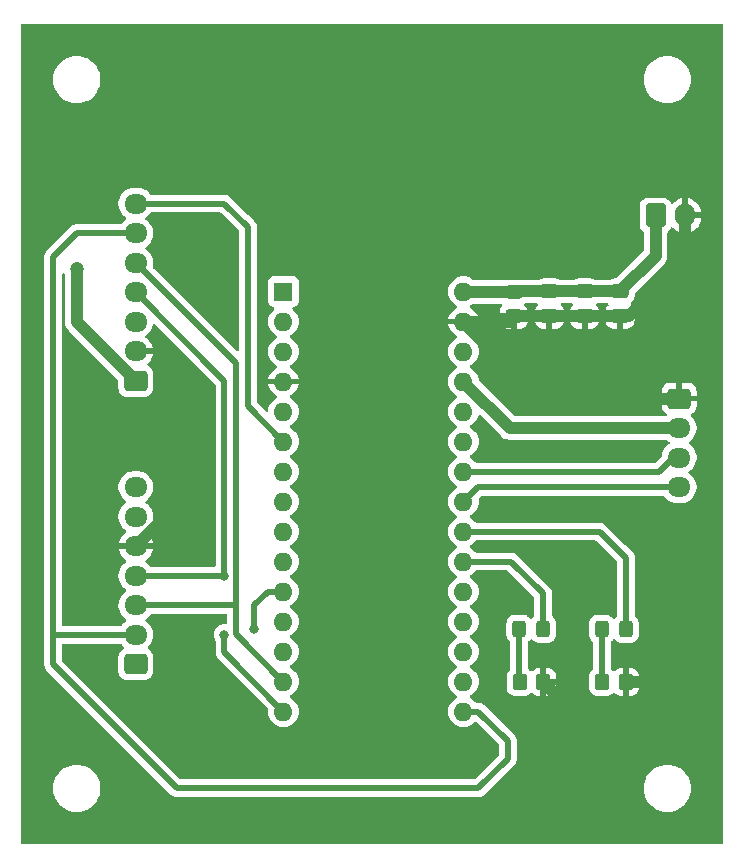
<source format=gbr>
%TF.GenerationSoftware,KiCad,Pcbnew,8.0.1*%
%TF.CreationDate,2024-05-22T11:11:13+02:00*%
%TF.ProjectId,Slave,536c6176-652e-46b6-9963-61645f706362,rev?*%
%TF.SameCoordinates,Original*%
%TF.FileFunction,Copper,L1,Top*%
%TF.FilePolarity,Positive*%
%FSLAX46Y46*%
G04 Gerber Fmt 4.6, Leading zero omitted, Abs format (unit mm)*
G04 Created by KiCad (PCBNEW 8.0.1) date 2024-05-22 11:11:13*
%MOMM*%
%LPD*%
G01*
G04 APERTURE LIST*
G04 Aperture macros list*
%AMRoundRect*
0 Rectangle with rounded corners*
0 $1 Rounding radius*
0 $2 $3 $4 $5 $6 $7 $8 $9 X,Y pos of 4 corners*
0 Add a 4 corners polygon primitive as box body*
4,1,4,$2,$3,$4,$5,$6,$7,$8,$9,$2,$3,0*
0 Add four circle primitives for the rounded corners*
1,1,$1+$1,$2,$3*
1,1,$1+$1,$4,$5*
1,1,$1+$1,$6,$7*
1,1,$1+$1,$8,$9*
0 Add four rect primitives between the rounded corners*
20,1,$1+$1,$2,$3,$4,$5,0*
20,1,$1+$1,$4,$5,$6,$7,0*
20,1,$1+$1,$6,$7,$8,$9,0*
20,1,$1+$1,$8,$9,$2,$3,0*%
G04 Aperture macros list end*
%TA.AperFunction,ComponentPad*%
%ADD10RoundRect,0.250000X-0.600000X-0.750000X0.600000X-0.750000X0.600000X0.750000X-0.600000X0.750000X0*%
%TD*%
%TA.AperFunction,ComponentPad*%
%ADD11O,1.700000X2.000000*%
%TD*%
%TA.AperFunction,ComponentPad*%
%ADD12RoundRect,0.250000X-0.725000X0.600000X-0.725000X-0.600000X0.725000X-0.600000X0.725000X0.600000X0*%
%TD*%
%TA.AperFunction,ComponentPad*%
%ADD13O,1.950000X1.700000*%
%TD*%
%TA.AperFunction,SMDPad,CuDef*%
%ADD14RoundRect,0.250000X0.325000X0.450000X-0.325000X0.450000X-0.325000X-0.450000X0.325000X-0.450000X0*%
%TD*%
%TA.AperFunction,ComponentPad*%
%ADD15R,1.600000X1.600000*%
%TD*%
%TA.AperFunction,ComponentPad*%
%ADD16O,1.600000X1.600000*%
%TD*%
%TA.AperFunction,ComponentPad*%
%ADD17RoundRect,0.250000X0.725000X-0.600000X0.725000X0.600000X-0.725000X0.600000X-0.725000X-0.600000X0*%
%TD*%
%TA.AperFunction,SMDPad,CuDef*%
%ADD18RoundRect,0.250000X-0.475000X0.337500X-0.475000X-0.337500X0.475000X-0.337500X0.475000X0.337500X0*%
%TD*%
%TA.AperFunction,SMDPad,CuDef*%
%ADD19RoundRect,0.250000X0.350000X0.450000X-0.350000X0.450000X-0.350000X-0.450000X0.350000X-0.450000X0*%
%TD*%
%TA.AperFunction,SMDPad,CuDef*%
%ADD20RoundRect,0.250000X-0.350000X-0.450000X0.350000X-0.450000X0.350000X0.450000X-0.350000X0.450000X0*%
%TD*%
%TA.AperFunction,SMDPad,CuDef*%
%ADD21RoundRect,0.250000X0.450000X-0.325000X0.450000X0.325000X-0.450000X0.325000X-0.450000X-0.325000X0*%
%TD*%
%TA.AperFunction,ViaPad*%
%ADD22C,0.800000*%
%TD*%
%TA.AperFunction,ViaPad*%
%ADD23C,1.200000*%
%TD*%
%TA.AperFunction,Conductor*%
%ADD24C,1.000000*%
%TD*%
%TA.AperFunction,Conductor*%
%ADD25C,0.500000*%
%TD*%
G04 APERTURE END LIST*
D10*
%TO.P,J2,1,Pin_1*%
%TO.N,+12V*%
X154000000Y-59000000D03*
D11*
%TO.P,J2,2,Pin_2*%
%TO.N,GND*%
X156500000Y-59000000D03*
%TD*%
D12*
%TO.P,J6,1,Pin_1*%
%TO.N,GND*%
X156000000Y-74500000D03*
D13*
%TO.P,J6,2,Pin_2*%
%TO.N,+5V*%
X156000000Y-77000000D03*
%TO.P,J6,3,Pin_3*%
%TO.N,/SCL_OLED*%
X156000000Y-79500000D03*
%TO.P,J6,4,Pin_4*%
%TO.N,/SDA_OLED*%
X156000000Y-82000000D03*
%TD*%
D14*
%TO.P,CAN Led,1,K*%
%TO.N,/CAN_LED*%
X151500000Y-94000000D03*
%TO.P,CAN Led,2,A*%
%TO.N,/CAN_R*%
X149450000Y-94000000D03*
%TD*%
D15*
%TO.P,A1,1,D1/TX*%
%TO.N,unconnected-(A1-D1{slash}TX-Pad1)*%
X122500000Y-65440000D03*
D16*
%TO.P,A1,2,D0/RX*%
%TO.N,unconnected-(A1-D0{slash}RX-Pad2)*%
X122500000Y-67980000D03*
%TO.P,A1,3,~{RESET}*%
%TO.N,unconnected-(A1-~{RESET}-Pad3)*%
X122500000Y-70520000D03*
%TO.P,A1,4,GND*%
%TO.N,GND*%
X122500000Y-73060000D03*
%TO.P,A1,5,D2*%
%TO.N,unconnected-(A1-D2-Pad5)*%
X122500000Y-75600000D03*
%TO.P,A1,6,D3*%
%TO.N,/INT*%
X122500000Y-78140000D03*
%TO.P,A1,7,D4*%
%TO.N,unconnected-(A1-D4-Pad7)*%
X122500000Y-80680000D03*
%TO.P,A1,8,D5*%
%TO.N,unconnected-(A1-D5-Pad8)*%
X122500000Y-83220000D03*
%TO.P,A1,9,D6*%
%TO.N,unconnected-(A1-D6-Pad9)*%
X122500000Y-85760000D03*
%TO.P,A1,10,D7*%
%TO.N,/CS*%
X122500000Y-88300000D03*
%TO.P,A1,11,D8*%
%TO.N,/SDA*%
X122500000Y-90840000D03*
%TO.P,A1,12,D9*%
%TO.N,/RST*%
X122500000Y-93380000D03*
%TO.P,A1,13,D10*%
%TO.N,unconnected-(A1-D10-Pad13)*%
X122500000Y-95920000D03*
%TO.P,A1,14,D11*%
%TO.N,/SI*%
X122500000Y-98460000D03*
%TO.P,A1,15,D12*%
%TO.N,/SO*%
X122500000Y-101000000D03*
%TO.P,A1,16,D13*%
%TO.N,/SCK*%
X137740000Y-101000000D03*
%TO.P,A1,17,3V3*%
%TO.N,+3.3V*%
X137740000Y-98460000D03*
%TO.P,A1,18,AREF*%
%TO.N,unconnected-(A1-AREF-Pad18)*%
X137740000Y-95920000D03*
%TO.P,A1,19,A0*%
%TO.N,unconnected-(A1-A0-Pad19)*%
X137740000Y-93380000D03*
%TO.P,A1,20,A1*%
%TO.N,unconnected-(A1-A1-Pad20)*%
X137740000Y-90840000D03*
%TO.P,A1,21,A2*%
%TO.N,/RFID_LED*%
X137740000Y-88300000D03*
%TO.P,A1,22,A3*%
%TO.N,/CAN_LED*%
X137740000Y-85760000D03*
%TO.P,A1,23,A4*%
%TO.N,/SDA_OLED*%
X137740000Y-83220000D03*
%TO.P,A1,24,A5*%
%TO.N,/SCL_OLED*%
X137740000Y-80680000D03*
%TO.P,A1,25,A6*%
%TO.N,unconnected-(A1-A6-Pad25)*%
X137740000Y-78140000D03*
%TO.P,A1,26,A7*%
%TO.N,unconnected-(A1-A7-Pad26)*%
X137740000Y-75600000D03*
%TO.P,A1,27,+5V*%
%TO.N,+5V*%
X137740000Y-73060000D03*
%TO.P,A1,28,~{RESET}*%
%TO.N,unconnected-(A1-~{RESET}-Pad28)*%
X137740000Y-70520000D03*
%TO.P,A1,29,GND*%
%TO.N,GND*%
X137740000Y-67980000D03*
%TO.P,A1,30,VIN*%
%TO.N,+12V*%
X137740000Y-65440000D03*
%TD*%
D17*
%TO.P,J1,1,Pin_1*%
%TO.N,/SDA*%
X110000000Y-97000000D03*
D13*
%TO.P,J1,2,Pin_2*%
%TO.N,/SCK*%
X110000000Y-94500000D03*
%TO.P,J1,3,Pin_3*%
%TO.N,/SI*%
X110000000Y-92000000D03*
%TO.P,J1,4,Pin_4*%
%TO.N,/SO*%
X110000000Y-89500000D03*
%TO.P,J1,5,Pin_5*%
%TO.N,GND*%
X110000000Y-87000000D03*
%TO.P,J1,6,Pin_6*%
%TO.N,/RST*%
X110000000Y-84500000D03*
%TO.P,J1,7,Pin_7*%
%TO.N,+3.3V*%
X110000000Y-82000000D03*
%TD*%
D18*
%TO.P,C1,1*%
%TO.N,+12V*%
X151000000Y-65425000D03*
%TO.P,C1,2*%
%TO.N,GND*%
X151000000Y-67500000D03*
%TD*%
D17*
%TO.P,J3,1,Pin_1*%
%TO.N,+5V*%
X110000000Y-73000000D03*
D13*
%TO.P,J3,2,Pin_2*%
%TO.N,GND*%
X110000000Y-70500000D03*
%TO.P,J3,3,Pin_3*%
%TO.N,/CS*%
X110000000Y-68000000D03*
%TO.P,J3,4,Pin_4*%
%TO.N,/SO*%
X110000000Y-65500000D03*
%TO.P,J3,5,Pin_5*%
%TO.N,/SI*%
X110000000Y-63000000D03*
%TO.P,J3,6,Pin_6*%
%TO.N,/SCK*%
X110000000Y-60500000D03*
%TO.P,J3,7,Pin_7*%
%TO.N,/INT*%
X110000000Y-58000000D03*
%TD*%
D19*
%TO.P,R2,1*%
%TO.N,GND*%
X151500000Y-98500000D03*
%TO.P,R2,2*%
%TO.N,/CAN_R*%
X149500000Y-98500000D03*
%TD*%
D18*
%TO.P,C2,1*%
%TO.N,+12V*%
X148000000Y-65425000D03*
%TO.P,C2,2*%
%TO.N,GND*%
X148000000Y-67500000D03*
%TD*%
D14*
%TO.P,RFID Led,1,K*%
%TO.N,/RFID_LED*%
X144500000Y-94000000D03*
%TO.P,RFID Led,2,A*%
%TO.N,/RFID_R*%
X142450000Y-94000000D03*
%TD*%
D20*
%TO.P,R1,1*%
%TO.N,/RFID_R*%
X142500000Y-98500000D03*
%TO.P,R1,2*%
%TO.N,GND*%
X144500000Y-98500000D03*
%TD*%
D18*
%TO.P,C3,1*%
%TO.N,+12V*%
X145000000Y-65425000D03*
%TO.P,C3,2*%
%TO.N,GND*%
X145000000Y-67500000D03*
%TD*%
D21*
%TO.P,D1,1,K*%
%TO.N,GND*%
X142000000Y-67550000D03*
%TO.P,D1,2,A*%
%TO.N,+12V*%
X142000000Y-65500000D03*
%TD*%
D22*
%TO.N,GND*%
X144500000Y-79000000D03*
X117600000Y-60500000D03*
X141000000Y-79000000D03*
D23*
X151000000Y-85500000D03*
D22*
X117600000Y-67000000D03*
D23*
X115500000Y-76000000D03*
D22*
%TO.N,/SDA*%
X120000000Y-94000000D03*
%TO.N,/SO*%
X117500000Y-94500000D03*
X117500000Y-89500000D03*
D23*
%TO.N,+5V*%
X105000000Y-63500000D03*
%TD*%
D24*
%TO.N,GND*%
X148000000Y-102000000D02*
X156500000Y-102000000D01*
X144260000Y-74500000D02*
X137740000Y-67980000D01*
X157000000Y-101500000D02*
X157000000Y-98500000D01*
X156500000Y-62725000D02*
X151725000Y-67500000D01*
X157000000Y-98500000D02*
X157000000Y-89500000D01*
X156500000Y-59000000D02*
X156500000Y-62725000D01*
X148000000Y-67500000D02*
X151000000Y-67500000D01*
X115500000Y-76000000D02*
X115500000Y-81500000D01*
X156500000Y-102000000D02*
X157000000Y-101500000D01*
X144500000Y-98500000D02*
X148000000Y-102000000D01*
X151725000Y-67500000D02*
X151000000Y-67500000D01*
X115500000Y-81500000D02*
X110000000Y-87000000D01*
X141570000Y-67980000D02*
X142000000Y-67550000D01*
X137740000Y-67980000D02*
X141570000Y-67980000D01*
X144950000Y-67550000D02*
X145000000Y-67500000D01*
X156000000Y-74500000D02*
X144260000Y-74500000D01*
X151500000Y-98500000D02*
X157000000Y-98500000D01*
X153000000Y-85500000D02*
X151000000Y-85500000D01*
X142000000Y-67550000D02*
X144950000Y-67550000D01*
X157000000Y-89500000D02*
X153000000Y-85500000D01*
X145000000Y-67500000D02*
X148000000Y-67500000D01*
D25*
%TO.N,/INT*%
X110000000Y-58000000D02*
X117500000Y-58000000D01*
X117500000Y-58000000D02*
X119500000Y-60000000D01*
X119500000Y-60000000D02*
X119500000Y-75140000D01*
X119500000Y-75140000D02*
X122500000Y-78140000D01*
%TO.N,/SDA*%
X122500000Y-90840000D02*
X121160000Y-90840000D01*
X121160000Y-90840000D02*
X120000000Y-92000000D01*
X120000000Y-92000000D02*
X120000000Y-94000000D01*
%TO.N,/SI*%
X118500000Y-92000000D02*
X118500000Y-94460000D01*
X110000000Y-63000000D02*
X118500000Y-71500000D01*
X118500000Y-71500000D02*
X118500000Y-92000000D01*
X110000000Y-92000000D02*
X118500000Y-92000000D01*
X118500000Y-94460000D02*
X122500000Y-98460000D01*
%TO.N,/SO*%
X117500000Y-94500000D02*
X117500000Y-96000000D01*
X117500000Y-96000000D02*
X122500000Y-101000000D01*
X110000000Y-65500000D02*
X117500000Y-73000000D01*
X117500000Y-73000000D02*
X117500000Y-89500000D01*
X110000000Y-89500000D02*
X117500000Y-89500000D01*
%TO.N,/SCK*%
X139000000Y-101000000D02*
X137740000Y-101000000D01*
X103000000Y-94500000D02*
X103000000Y-97000000D01*
X103000000Y-97000000D02*
X113500000Y-107500000D01*
X141500000Y-103500000D02*
X139000000Y-101000000D01*
X103000000Y-62500000D02*
X103000000Y-94500000D01*
X139000000Y-107500000D02*
X141500000Y-105000000D01*
X113500000Y-107500000D02*
X139000000Y-107500000D01*
X141500000Y-105000000D02*
X141500000Y-103500000D01*
X110000000Y-60500000D02*
X105000000Y-60500000D01*
X110000000Y-94500000D02*
X103000000Y-94500000D01*
X105000000Y-60500000D02*
X103000000Y-62500000D01*
%TO.N,/RFID_LED*%
X144500000Y-91000000D02*
X144500000Y-94000000D01*
X137740000Y-88300000D02*
X141800000Y-88300000D01*
X141800000Y-88300000D02*
X144500000Y-91000000D01*
%TO.N,/CAN_LED*%
X137740000Y-85760000D02*
X149260000Y-85760000D01*
X149260000Y-85760000D02*
X151500000Y-88000000D01*
X151500000Y-88000000D02*
X151500000Y-94000000D01*
%TO.N,/SDA_OLED*%
X156000000Y-82000000D02*
X138960000Y-82000000D01*
X138960000Y-82000000D02*
X137740000Y-83220000D01*
D24*
%TO.N,+5V*%
X141680000Y-77000000D02*
X156000000Y-77000000D01*
X110000000Y-73000000D02*
X105000000Y-68000000D01*
X105000000Y-68000000D02*
X105000000Y-63500000D01*
X137740000Y-73060000D02*
X141680000Y-77000000D01*
%TO.N,+12V*%
X154000000Y-62425000D02*
X151000000Y-65425000D01*
X148000000Y-65425000D02*
X145000000Y-65425000D01*
X154000000Y-59000000D02*
X154000000Y-62425000D01*
X151000000Y-65425000D02*
X148000000Y-65425000D01*
X142000000Y-65500000D02*
X137800000Y-65500000D01*
X142075000Y-65425000D02*
X142000000Y-65500000D01*
X137800000Y-65500000D02*
X137740000Y-65440000D01*
X145000000Y-65425000D02*
X142075000Y-65425000D01*
D25*
%TO.N,/CAN_R*%
X149450000Y-98450000D02*
X149500000Y-98500000D01*
X149450000Y-94000000D02*
X149450000Y-98450000D01*
%TO.N,/RFID_R*%
X142450000Y-94000000D02*
X142450000Y-98450000D01*
X142450000Y-98450000D02*
X142500000Y-98500000D01*
%TO.N,/SCL_OLED*%
X155500000Y-79500000D02*
X154320000Y-80680000D01*
X154320000Y-80680000D02*
X137740000Y-80680000D01*
X156000000Y-79500000D02*
X155500000Y-79500000D01*
%TD*%
%TA.AperFunction,Conductor*%
%TO.N,GND*%
G36*
X103955703Y-63893106D02*
G01*
X103985497Y-63931541D01*
X103986497Y-63933549D01*
X103999500Y-63988827D01*
X103999500Y-68098544D01*
X104036495Y-68284532D01*
X104036496Y-68284532D01*
X104037950Y-68291840D01*
X104113364Y-68473907D01*
X104113371Y-68473920D01*
X104222860Y-68637781D01*
X104222863Y-68637785D01*
X104366537Y-68781459D01*
X104366559Y-68781479D01*
X108488181Y-72903101D01*
X108521666Y-72964424D01*
X108524500Y-72990782D01*
X108524500Y-73650001D01*
X108524501Y-73650019D01*
X108535000Y-73752796D01*
X108535001Y-73752799D01*
X108567215Y-73850013D01*
X108590186Y-73919334D01*
X108682288Y-74068656D01*
X108806344Y-74192712D01*
X108955666Y-74284814D01*
X109122203Y-74339999D01*
X109224991Y-74350500D01*
X110775008Y-74350499D01*
X110877797Y-74339999D01*
X111044334Y-74284814D01*
X111193656Y-74192712D01*
X111317712Y-74068656D01*
X111409814Y-73919334D01*
X111464999Y-73752797D01*
X111475500Y-73650009D01*
X111475499Y-72349992D01*
X111464999Y-72247203D01*
X111409814Y-72080666D01*
X111317712Y-71931344D01*
X111193656Y-71807288D01*
X111044334Y-71715186D01*
X111044332Y-71715185D01*
X111038440Y-71711551D01*
X110991716Y-71659603D01*
X110980493Y-71590641D01*
X111008337Y-71526558D01*
X111015856Y-71518330D01*
X111154728Y-71379458D01*
X111279620Y-71207557D01*
X111376095Y-71018217D01*
X111441757Y-70816129D01*
X111441757Y-70816126D01*
X111452231Y-70750000D01*
X110404146Y-70750000D01*
X110442630Y-70683343D01*
X110475000Y-70562535D01*
X110475000Y-70437465D01*
X110442630Y-70316657D01*
X110404146Y-70250000D01*
X111452231Y-70250000D01*
X111441757Y-70183873D01*
X111441757Y-70183870D01*
X111376095Y-69981782D01*
X111279620Y-69792442D01*
X111154727Y-69620540D01*
X111154723Y-69620535D01*
X111004464Y-69470276D01*
X111004459Y-69470272D01*
X110839781Y-69350627D01*
X110797115Y-69295297D01*
X110791136Y-69225684D01*
X110823741Y-69163889D01*
X110839776Y-69149994D01*
X111004792Y-69030104D01*
X111155104Y-68879792D01*
X111155106Y-68879788D01*
X111155109Y-68879786D01*
X111280048Y-68707820D01*
X111280047Y-68707820D01*
X111280051Y-68707816D01*
X111376557Y-68518412D01*
X111442246Y-68316243D01*
X111446921Y-68286727D01*
X111476850Y-68223592D01*
X111536161Y-68186660D01*
X111606024Y-68187658D01*
X111657075Y-68218443D01*
X116713181Y-73274549D01*
X116746666Y-73335872D01*
X116749500Y-73362230D01*
X116749500Y-88625500D01*
X116729815Y-88692539D01*
X116677011Y-88738294D01*
X116625500Y-88749500D01*
X111312221Y-88749500D01*
X111245182Y-88729815D01*
X111211903Y-88698385D01*
X111155107Y-88620211D01*
X111004790Y-88469894D01*
X111004785Y-88469890D01*
X110839781Y-88350008D01*
X110797115Y-88294678D01*
X110791136Y-88225065D01*
X110823741Y-88163270D01*
X110839781Y-88149371D01*
X111004466Y-88029721D01*
X111154723Y-87879464D01*
X111154727Y-87879459D01*
X111279620Y-87707557D01*
X111376095Y-87518217D01*
X111441757Y-87316129D01*
X111441757Y-87316126D01*
X111452231Y-87250000D01*
X110404146Y-87250000D01*
X110442630Y-87183343D01*
X110475000Y-87062535D01*
X110475000Y-86937465D01*
X110442630Y-86816657D01*
X110404146Y-86750000D01*
X111452231Y-86750000D01*
X111441757Y-86683873D01*
X111441757Y-86683870D01*
X111376095Y-86481782D01*
X111279620Y-86292442D01*
X111154727Y-86120540D01*
X111154723Y-86120535D01*
X111004464Y-85970276D01*
X111004459Y-85970272D01*
X110839781Y-85850627D01*
X110797115Y-85795297D01*
X110791136Y-85725684D01*
X110823741Y-85663889D01*
X110839776Y-85649994D01*
X111004792Y-85530104D01*
X111155104Y-85379792D01*
X111155106Y-85379788D01*
X111155109Y-85379786D01*
X111280048Y-85207820D01*
X111280047Y-85207820D01*
X111280051Y-85207816D01*
X111376557Y-85018412D01*
X111442246Y-84816243D01*
X111475500Y-84606287D01*
X111475500Y-84393713D01*
X111442246Y-84183757D01*
X111376557Y-83981588D01*
X111280051Y-83792184D01*
X111280049Y-83792181D01*
X111280048Y-83792179D01*
X111155109Y-83620213D01*
X111004792Y-83469896D01*
X110972846Y-83446686D01*
X110840204Y-83350316D01*
X110797540Y-83294989D01*
X110791561Y-83225376D01*
X110824166Y-83163580D01*
X110840199Y-83149686D01*
X111004792Y-83030104D01*
X111155104Y-82879792D01*
X111155106Y-82879788D01*
X111155109Y-82879786D01*
X111280048Y-82707820D01*
X111280047Y-82707820D01*
X111280051Y-82707816D01*
X111376557Y-82518412D01*
X111442246Y-82316243D01*
X111475500Y-82106287D01*
X111475500Y-81893713D01*
X111442246Y-81683757D01*
X111376557Y-81481588D01*
X111280051Y-81292184D01*
X111280049Y-81292181D01*
X111280048Y-81292179D01*
X111155109Y-81120213D01*
X111004786Y-80969890D01*
X110832820Y-80844951D01*
X110643414Y-80748444D01*
X110643413Y-80748443D01*
X110643412Y-80748443D01*
X110441243Y-80682754D01*
X110441241Y-80682753D01*
X110441240Y-80682753D01*
X110266334Y-80655051D01*
X110231287Y-80649500D01*
X109768713Y-80649500D01*
X109733666Y-80655051D01*
X109558760Y-80682753D01*
X109356585Y-80748444D01*
X109167179Y-80844951D01*
X108995213Y-80969890D01*
X108844890Y-81120213D01*
X108719951Y-81292179D01*
X108623444Y-81481585D01*
X108557753Y-81683760D01*
X108524500Y-81893713D01*
X108524500Y-82106286D01*
X108557753Y-82316239D01*
X108623444Y-82518414D01*
X108719951Y-82707820D01*
X108844890Y-82879786D01*
X108995209Y-83030105D01*
X108995214Y-83030109D01*
X109159793Y-83149682D01*
X109202459Y-83205011D01*
X109208438Y-83274625D01*
X109175833Y-83336420D01*
X109159793Y-83350318D01*
X108995214Y-83469890D01*
X108995209Y-83469894D01*
X108844890Y-83620213D01*
X108719951Y-83792179D01*
X108623444Y-83981585D01*
X108557753Y-84183760D01*
X108524500Y-84393713D01*
X108524500Y-84606286D01*
X108548838Y-84759954D01*
X108557754Y-84816243D01*
X108620547Y-85009500D01*
X108623444Y-85018414D01*
X108719951Y-85207820D01*
X108844890Y-85379786D01*
X108995209Y-85530105D01*
X108995214Y-85530109D01*
X109160218Y-85649991D01*
X109202884Y-85705320D01*
X109208863Y-85774934D01*
X109176258Y-85836729D01*
X109160218Y-85850627D01*
X108995540Y-85970272D01*
X108995535Y-85970276D01*
X108845276Y-86120535D01*
X108845272Y-86120540D01*
X108720379Y-86292442D01*
X108623904Y-86481782D01*
X108558242Y-86683870D01*
X108558242Y-86683873D01*
X108547769Y-86750000D01*
X109595854Y-86750000D01*
X109557370Y-86816657D01*
X109525000Y-86937465D01*
X109525000Y-87062535D01*
X109557370Y-87183343D01*
X109595854Y-87250000D01*
X108547769Y-87250000D01*
X108558242Y-87316126D01*
X108558242Y-87316129D01*
X108623904Y-87518217D01*
X108720379Y-87707557D01*
X108845272Y-87879459D01*
X108845276Y-87879464D01*
X108995535Y-88029723D01*
X108995540Y-88029727D01*
X109160218Y-88149372D01*
X109202884Y-88204701D01*
X109208863Y-88274315D01*
X109176258Y-88336110D01*
X109160218Y-88350008D01*
X108995214Y-88469890D01*
X108995209Y-88469894D01*
X108844890Y-88620213D01*
X108719951Y-88792179D01*
X108623444Y-88981585D01*
X108557753Y-89183760D01*
X108539335Y-89300047D01*
X108524500Y-89393713D01*
X108524500Y-89606287D01*
X108534534Y-89669644D01*
X108540836Y-89709431D01*
X108557754Y-89816243D01*
X108617740Y-90000861D01*
X108623444Y-90018414D01*
X108719951Y-90207820D01*
X108844890Y-90379786D01*
X108995209Y-90530105D01*
X108995214Y-90530109D01*
X109159793Y-90649682D01*
X109202459Y-90705011D01*
X109208438Y-90774625D01*
X109175833Y-90836420D01*
X109159793Y-90850318D01*
X108995214Y-90969890D01*
X108995209Y-90969894D01*
X108844890Y-91120213D01*
X108719951Y-91292179D01*
X108623444Y-91481585D01*
X108557753Y-91683760D01*
X108542338Y-91781087D01*
X108524500Y-91893713D01*
X108524500Y-92106287D01*
X108525088Y-92110000D01*
X108557753Y-92316239D01*
X108623444Y-92518414D01*
X108719951Y-92707820D01*
X108844890Y-92879786D01*
X108995209Y-93030105D01*
X108995214Y-93030109D01*
X109159793Y-93149682D01*
X109202459Y-93205011D01*
X109208438Y-93274625D01*
X109175833Y-93336420D01*
X109159793Y-93350318D01*
X108995214Y-93469890D01*
X108995209Y-93469894D01*
X108844892Y-93620211D01*
X108788097Y-93698385D01*
X108732767Y-93741051D01*
X108687779Y-93749500D01*
X103874500Y-93749500D01*
X103807461Y-93729815D01*
X103761706Y-93677011D01*
X103750500Y-93625500D01*
X103750500Y-63986819D01*
X103770185Y-63919780D01*
X103822989Y-63874025D01*
X103892147Y-63864081D01*
X103955703Y-63893106D01*
G37*
%TD.AperFunction*%
%TA.AperFunction,Conductor*%
G36*
X139152609Y-75900092D02*
G01*
X139191479Y-75926400D01*
X140902860Y-77637781D01*
X140902861Y-77637782D01*
X141042218Y-77777139D01*
X141206086Y-77886632D01*
X141289271Y-77921088D01*
X141388164Y-77962051D01*
X141581454Y-78000499D01*
X141581457Y-78000500D01*
X141581459Y-78000500D01*
X141778540Y-78000500D01*
X154914800Y-78000500D01*
X154981839Y-78020185D01*
X154994365Y-78029493D01*
X155159793Y-78149682D01*
X155202459Y-78205011D01*
X155208438Y-78274625D01*
X155175833Y-78336420D01*
X155159793Y-78350318D01*
X154995214Y-78469890D01*
X154995209Y-78469894D01*
X154844890Y-78620213D01*
X154719951Y-78792179D01*
X154623444Y-78981585D01*
X154557753Y-79183760D01*
X154526960Y-79378180D01*
X154497031Y-79441315D01*
X154492168Y-79446463D01*
X154045451Y-79893181D01*
X153984128Y-79926666D01*
X153957770Y-79929500D01*
X138866663Y-79929500D01*
X138799624Y-79909815D01*
X138765088Y-79876623D01*
X138740045Y-79840858D01*
X138579141Y-79679954D01*
X138392734Y-79549432D01*
X138392728Y-79549429D01*
X138334725Y-79522382D01*
X138282285Y-79476210D01*
X138263133Y-79409017D01*
X138283348Y-79342135D01*
X138334725Y-79297618D01*
X138392734Y-79270568D01*
X138579139Y-79140047D01*
X138740047Y-78979139D01*
X138870568Y-78792734D01*
X138966739Y-78586496D01*
X139025635Y-78366692D01*
X139045468Y-78140000D01*
X139025635Y-77913308D01*
X138966739Y-77693504D01*
X138870568Y-77487266D01*
X138772839Y-77347693D01*
X138740045Y-77300858D01*
X138579141Y-77139954D01*
X138392734Y-77009432D01*
X138392728Y-77009429D01*
X138334725Y-76982382D01*
X138282285Y-76936210D01*
X138263133Y-76869017D01*
X138283348Y-76802135D01*
X138334725Y-76757618D01*
X138392734Y-76730568D01*
X138579139Y-76600047D01*
X138740047Y-76439139D01*
X138870568Y-76252734D01*
X138966739Y-76046496D01*
X138984023Y-75981987D01*
X139020387Y-75922328D01*
X139083233Y-75891798D01*
X139152609Y-75900092D01*
G37*
%TD.AperFunction*%
%TA.AperFunction,Conductor*%
G36*
X117204809Y-58770185D02*
G01*
X117225451Y-58786819D01*
X118713181Y-60274548D01*
X118746666Y-60335871D01*
X118749500Y-60362229D01*
X118749500Y-70388770D01*
X118729815Y-70455809D01*
X118677011Y-70501564D01*
X118607853Y-70511508D01*
X118544297Y-70482483D01*
X118537819Y-70476451D01*
X111478084Y-63416716D01*
X111444599Y-63355393D01*
X111443292Y-63309637D01*
X111475500Y-63106286D01*
X111475500Y-62893713D01*
X111456626Y-62774548D01*
X111442246Y-62683757D01*
X111376557Y-62481588D01*
X111280051Y-62292184D01*
X111280049Y-62292181D01*
X111280048Y-62292179D01*
X111155109Y-62120213D01*
X111004792Y-61969896D01*
X111004784Y-61969890D01*
X110840204Y-61850316D01*
X110797540Y-61794989D01*
X110791561Y-61725376D01*
X110824166Y-61663580D01*
X110840199Y-61649686D01*
X111004792Y-61530104D01*
X111155104Y-61379792D01*
X111155106Y-61379788D01*
X111155109Y-61379786D01*
X111280048Y-61207820D01*
X111280047Y-61207820D01*
X111280051Y-61207816D01*
X111376557Y-61018412D01*
X111442246Y-60816243D01*
X111475500Y-60606287D01*
X111475500Y-60393713D01*
X111442246Y-60183757D01*
X111376557Y-59981588D01*
X111280051Y-59792184D01*
X111280049Y-59792181D01*
X111280048Y-59792179D01*
X111155109Y-59620213D01*
X111004792Y-59469896D01*
X111004784Y-59469890D01*
X110840204Y-59350316D01*
X110797540Y-59294989D01*
X110791561Y-59225376D01*
X110824166Y-59163580D01*
X110840199Y-59149686D01*
X111004792Y-59030104D01*
X111155104Y-58879792D01*
X111207985Y-58807007D01*
X111211903Y-58801615D01*
X111267233Y-58758949D01*
X111312221Y-58750500D01*
X117137770Y-58750500D01*
X117204809Y-58770185D01*
G37*
%TD.AperFunction*%
%TA.AperFunction,Conductor*%
G36*
X159692539Y-42770185D02*
G01*
X159738294Y-42822989D01*
X159749500Y-42874500D01*
X159749500Y-112125500D01*
X159729815Y-112192539D01*
X159677011Y-112238294D01*
X159625500Y-112249500D01*
X100374500Y-112249500D01*
X100307461Y-112229815D01*
X100261706Y-112177011D01*
X100250500Y-112125500D01*
X100250500Y-107500001D01*
X102994390Y-107500001D01*
X103014804Y-107785433D01*
X103075628Y-108065037D01*
X103075630Y-108065043D01*
X103075631Y-108065046D01*
X103134045Y-108221659D01*
X103175635Y-108333166D01*
X103312770Y-108584309D01*
X103312775Y-108584317D01*
X103484254Y-108813387D01*
X103484270Y-108813405D01*
X103686594Y-109015729D01*
X103686612Y-109015745D01*
X103915682Y-109187224D01*
X103915690Y-109187229D01*
X104166833Y-109324364D01*
X104166832Y-109324364D01*
X104166836Y-109324365D01*
X104166839Y-109324367D01*
X104434954Y-109424369D01*
X104434960Y-109424370D01*
X104434962Y-109424371D01*
X104714566Y-109485195D01*
X104714568Y-109485195D01*
X104714572Y-109485196D01*
X104968220Y-109503337D01*
X104999999Y-109505610D01*
X105000000Y-109505610D01*
X105000001Y-109505610D01*
X105028595Y-109503564D01*
X105285428Y-109485196D01*
X105565046Y-109424369D01*
X105833161Y-109324367D01*
X106084315Y-109187226D01*
X106313395Y-109015739D01*
X106515739Y-108813395D01*
X106687226Y-108584315D01*
X106824367Y-108333161D01*
X106924369Y-108065046D01*
X106985196Y-107785428D01*
X107005610Y-107500000D01*
X106985196Y-107214572D01*
X106941371Y-107013113D01*
X106924371Y-106934962D01*
X106924370Y-106934960D01*
X106924369Y-106934954D01*
X106824367Y-106666839D01*
X106687226Y-106415685D01*
X106687224Y-106415682D01*
X106515745Y-106186612D01*
X106515729Y-106186594D01*
X106313405Y-105984270D01*
X106313387Y-105984254D01*
X106084317Y-105812775D01*
X106084309Y-105812770D01*
X105833166Y-105675635D01*
X105833167Y-105675635D01*
X105725915Y-105635632D01*
X105565046Y-105575631D01*
X105565043Y-105575630D01*
X105565037Y-105575628D01*
X105285433Y-105514804D01*
X105000001Y-105494390D01*
X104999999Y-105494390D01*
X104714566Y-105514804D01*
X104434962Y-105575628D01*
X104166833Y-105675635D01*
X103915690Y-105812770D01*
X103915682Y-105812775D01*
X103686612Y-105984254D01*
X103686594Y-105984270D01*
X103484270Y-106186594D01*
X103484254Y-106186612D01*
X103312775Y-106415682D01*
X103312770Y-106415690D01*
X103175635Y-106666833D01*
X103075628Y-106934962D01*
X103014804Y-107214566D01*
X102994390Y-107499998D01*
X102994390Y-107500001D01*
X100250500Y-107500001D01*
X100250500Y-97073920D01*
X102249499Y-97073920D01*
X102278340Y-97218907D01*
X102278343Y-97218917D01*
X102334914Y-97355492D01*
X102367812Y-97404727D01*
X102367813Y-97404730D01*
X102417046Y-97478414D01*
X102417052Y-97478421D01*
X110294123Y-105355490D01*
X112917048Y-107978415D01*
X112917049Y-107978416D01*
X113003670Y-108065037D01*
X113021585Y-108082952D01*
X113144498Y-108165080D01*
X113144511Y-108165087D01*
X113281082Y-108221656D01*
X113281087Y-108221658D01*
X113281091Y-108221658D01*
X113281092Y-108221659D01*
X113426079Y-108250500D01*
X113426082Y-108250500D01*
X139073920Y-108250500D01*
X139171462Y-108231096D01*
X139218913Y-108221658D01*
X139355495Y-108165084D01*
X139404729Y-108132186D01*
X139478416Y-108082952D01*
X140061367Y-107500001D01*
X152994390Y-107500001D01*
X153014804Y-107785433D01*
X153075628Y-108065037D01*
X153075630Y-108065043D01*
X153075631Y-108065046D01*
X153134045Y-108221659D01*
X153175635Y-108333166D01*
X153312770Y-108584309D01*
X153312775Y-108584317D01*
X153484254Y-108813387D01*
X153484270Y-108813405D01*
X153686594Y-109015729D01*
X153686612Y-109015745D01*
X153915682Y-109187224D01*
X153915690Y-109187229D01*
X154166833Y-109324364D01*
X154166832Y-109324364D01*
X154166836Y-109324365D01*
X154166839Y-109324367D01*
X154434954Y-109424369D01*
X154434960Y-109424370D01*
X154434962Y-109424371D01*
X154714566Y-109485195D01*
X154714568Y-109485195D01*
X154714572Y-109485196D01*
X154968220Y-109503337D01*
X154999999Y-109505610D01*
X155000000Y-109505610D01*
X155000001Y-109505610D01*
X155028595Y-109503564D01*
X155285428Y-109485196D01*
X155565046Y-109424369D01*
X155833161Y-109324367D01*
X156084315Y-109187226D01*
X156313395Y-109015739D01*
X156515739Y-108813395D01*
X156687226Y-108584315D01*
X156824367Y-108333161D01*
X156924369Y-108065046D01*
X156985196Y-107785428D01*
X157005610Y-107500000D01*
X156985196Y-107214572D01*
X156941371Y-107013113D01*
X156924371Y-106934962D01*
X156924370Y-106934960D01*
X156924369Y-106934954D01*
X156824367Y-106666839D01*
X156687226Y-106415685D01*
X156687224Y-106415682D01*
X156515745Y-106186612D01*
X156515729Y-106186594D01*
X156313405Y-105984270D01*
X156313387Y-105984254D01*
X156084317Y-105812775D01*
X156084309Y-105812770D01*
X155833166Y-105675635D01*
X155833167Y-105675635D01*
X155725915Y-105635632D01*
X155565046Y-105575631D01*
X155565043Y-105575630D01*
X155565037Y-105575628D01*
X155285433Y-105514804D01*
X155000001Y-105494390D01*
X154999999Y-105494390D01*
X154714566Y-105514804D01*
X154434962Y-105575628D01*
X154166833Y-105675635D01*
X153915690Y-105812770D01*
X153915682Y-105812775D01*
X153686612Y-105984254D01*
X153686594Y-105984270D01*
X153484270Y-106186594D01*
X153484254Y-106186612D01*
X153312775Y-106415682D01*
X153312770Y-106415690D01*
X153175635Y-106666833D01*
X153075628Y-106934962D01*
X153014804Y-107214566D01*
X152994390Y-107499998D01*
X152994390Y-107500001D01*
X140061367Y-107500001D01*
X142082952Y-105478416D01*
X142132186Y-105404729D01*
X142165084Y-105355495D01*
X142221658Y-105218913D01*
X142250500Y-105073918D01*
X142250500Y-103426082D01*
X142250500Y-103426079D01*
X142221659Y-103281092D01*
X142221658Y-103281091D01*
X142221658Y-103281087D01*
X142165084Y-103144505D01*
X142132186Y-103095270D01*
X142132185Y-103095268D01*
X142082956Y-103021589D01*
X142082952Y-103021584D01*
X139478413Y-100417045D01*
X139429179Y-100384150D01*
X139396355Y-100362218D01*
X139355495Y-100334916D01*
X139355494Y-100334915D01*
X139355492Y-100334914D01*
X139355490Y-100334913D01*
X139218917Y-100278343D01*
X139218907Y-100278340D01*
X139073920Y-100249500D01*
X139073918Y-100249500D01*
X138866663Y-100249500D01*
X138799624Y-100229815D01*
X138765088Y-100196623D01*
X138740045Y-100160858D01*
X138579141Y-99999954D01*
X138392734Y-99869432D01*
X138392728Y-99869429D01*
X138334725Y-99842382D01*
X138282285Y-99796210D01*
X138263133Y-99729017D01*
X138283348Y-99662135D01*
X138334725Y-99617618D01*
X138392734Y-99590568D01*
X138579139Y-99460047D01*
X138740047Y-99299139D01*
X138870568Y-99112734D01*
X138966739Y-98906496D01*
X139025635Y-98686692D01*
X139045468Y-98460000D01*
X139025635Y-98233308D01*
X138966739Y-98013504D01*
X138870568Y-97807266D01*
X138760461Y-97650016D01*
X138740045Y-97620858D01*
X138579141Y-97459954D01*
X138392734Y-97329432D01*
X138392728Y-97329429D01*
X138362216Y-97315201D01*
X138334724Y-97302381D01*
X138282285Y-97256210D01*
X138263133Y-97189017D01*
X138283348Y-97122135D01*
X138334725Y-97077618D01*
X138392734Y-97050568D01*
X138579139Y-96920047D01*
X138740047Y-96759139D01*
X138870568Y-96572734D01*
X138966739Y-96366496D01*
X139025635Y-96146692D01*
X139045468Y-95920000D01*
X139025635Y-95693308D01*
X138966739Y-95473504D01*
X138870568Y-95267266D01*
X138740047Y-95080861D01*
X138740045Y-95080858D01*
X138579141Y-94919954D01*
X138392734Y-94789432D01*
X138392728Y-94789429D01*
X138349634Y-94769334D01*
X138334724Y-94762381D01*
X138282285Y-94716210D01*
X138263133Y-94649017D01*
X138283348Y-94582135D01*
X138334725Y-94537618D01*
X138392734Y-94510568D01*
X138579139Y-94380047D01*
X138740047Y-94219139D01*
X138870568Y-94032734D01*
X138966739Y-93826496D01*
X139025635Y-93606692D01*
X139045468Y-93380000D01*
X139042401Y-93344949D01*
X139032403Y-93230666D01*
X139025635Y-93153308D01*
X138973112Y-92957288D01*
X138966741Y-92933511D01*
X138966738Y-92933502D01*
X138965185Y-92930171D01*
X138870568Y-92727266D01*
X138740047Y-92540861D01*
X138740045Y-92540858D01*
X138579141Y-92379954D01*
X138392734Y-92249432D01*
X138392728Y-92249429D01*
X138334725Y-92222382D01*
X138282285Y-92176210D01*
X138263133Y-92109017D01*
X138283348Y-92042135D01*
X138334725Y-91997618D01*
X138392734Y-91970568D01*
X138579139Y-91840047D01*
X138740047Y-91679139D01*
X138870568Y-91492734D01*
X138966739Y-91286496D01*
X139025635Y-91066692D01*
X139045468Y-90840000D01*
X139025635Y-90613308D01*
X138966739Y-90393504D01*
X138870568Y-90187266D01*
X138740047Y-90000861D01*
X138740045Y-90000858D01*
X138579141Y-89839954D01*
X138392734Y-89709432D01*
X138392728Y-89709429D01*
X138334725Y-89682382D01*
X138282285Y-89636210D01*
X138263133Y-89569017D01*
X138283348Y-89502135D01*
X138334725Y-89457618D01*
X138392734Y-89430568D01*
X138579139Y-89300047D01*
X138740047Y-89139139D01*
X138765088Y-89103377D01*
X138819665Y-89059752D01*
X138866663Y-89050500D01*
X141437770Y-89050500D01*
X141504809Y-89070185D01*
X141525451Y-89086819D01*
X143713181Y-91274548D01*
X143746666Y-91335871D01*
X143749500Y-91362229D01*
X143749500Y-92863132D01*
X143729815Y-92930171D01*
X143710616Y-92951346D01*
X143711451Y-92952181D01*
X143582288Y-93081343D01*
X143582285Y-93081346D01*
X143580537Y-93084182D01*
X143578829Y-93085717D01*
X143577807Y-93087011D01*
X143577585Y-93086836D01*
X143528589Y-93130905D01*
X143459626Y-93142126D01*
X143395544Y-93114282D01*
X143369463Y-93084182D01*
X143367714Y-93081346D01*
X143243657Y-92957289D01*
X143243656Y-92957288D01*
X143118005Y-92879786D01*
X143094336Y-92865187D01*
X143094331Y-92865185D01*
X143088135Y-92863132D01*
X142927797Y-92810001D01*
X142927795Y-92810000D01*
X142825010Y-92799500D01*
X142074998Y-92799500D01*
X142074980Y-92799501D01*
X141972203Y-92810000D01*
X141972200Y-92810001D01*
X141805668Y-92865185D01*
X141805663Y-92865187D01*
X141656342Y-92957289D01*
X141532289Y-93081342D01*
X141440187Y-93230663D01*
X141440186Y-93230666D01*
X141385001Y-93397203D01*
X141385001Y-93397204D01*
X141385000Y-93397204D01*
X141374500Y-93499983D01*
X141374500Y-94500001D01*
X141374501Y-94500019D01*
X141385000Y-94602796D01*
X141385001Y-94602799D01*
X141440185Y-94769331D01*
X141440187Y-94769336D01*
X141475069Y-94825888D01*
X141521089Y-94900500D01*
X141532289Y-94918657D01*
X141661451Y-95047819D01*
X141659559Y-95049710D01*
X141692774Y-95096583D01*
X141699500Y-95136867D01*
X141699500Y-97387769D01*
X141679815Y-97454808D01*
X141663182Y-97475450D01*
X141557287Y-97581345D01*
X141465187Y-97730663D01*
X141465185Y-97730668D01*
X141465115Y-97730880D01*
X141410001Y-97897203D01*
X141410001Y-97897204D01*
X141410000Y-97897204D01*
X141399500Y-97999983D01*
X141399500Y-99000001D01*
X141399501Y-99000019D01*
X141410000Y-99102796D01*
X141410001Y-99102799D01*
X141465115Y-99269119D01*
X141465186Y-99269334D01*
X141557288Y-99418656D01*
X141681344Y-99542712D01*
X141830666Y-99634814D01*
X141997203Y-99689999D01*
X142099991Y-99700500D01*
X142900008Y-99700499D01*
X142900016Y-99700498D01*
X142900019Y-99700498D01*
X142956302Y-99694748D01*
X143002797Y-99689999D01*
X143169334Y-99634814D01*
X143318656Y-99542712D01*
X143412675Y-99448692D01*
X143473994Y-99415210D01*
X143543686Y-99420194D01*
X143588034Y-99448695D01*
X143681654Y-99542315D01*
X143830875Y-99634356D01*
X143830880Y-99634358D01*
X143997302Y-99689505D01*
X143997309Y-99689506D01*
X144100019Y-99699999D01*
X144249999Y-99699999D01*
X144250000Y-99699998D01*
X144250000Y-98750000D01*
X144750000Y-98750000D01*
X144750000Y-99699999D01*
X144899972Y-99699999D01*
X144899986Y-99699998D01*
X145002697Y-99689505D01*
X145169119Y-99634358D01*
X145169124Y-99634356D01*
X145318345Y-99542315D01*
X145442315Y-99418345D01*
X145534356Y-99269124D01*
X145534358Y-99269119D01*
X145589505Y-99102697D01*
X145589506Y-99102690D01*
X145599999Y-98999986D01*
X145600000Y-98999973D01*
X145600000Y-98750000D01*
X144750000Y-98750000D01*
X144250000Y-98750000D01*
X144250000Y-97300000D01*
X144750000Y-97300000D01*
X144750000Y-98250000D01*
X145599999Y-98250000D01*
X145599999Y-98000028D01*
X145599998Y-98000013D01*
X145589505Y-97897302D01*
X145534358Y-97730880D01*
X145534356Y-97730875D01*
X145442315Y-97581654D01*
X145318345Y-97457684D01*
X145169124Y-97365643D01*
X145169119Y-97365641D01*
X145002697Y-97310494D01*
X145002690Y-97310493D01*
X144899986Y-97300000D01*
X144750000Y-97300000D01*
X144250000Y-97300000D01*
X144100027Y-97300000D01*
X144100012Y-97300001D01*
X143997302Y-97310494D01*
X143830880Y-97365641D01*
X143830875Y-97365643D01*
X143681657Y-97457682D01*
X143588034Y-97551305D01*
X143526710Y-97584789D01*
X143457019Y-97579805D01*
X143412672Y-97551304D01*
X143318655Y-97457287D01*
X143259402Y-97420739D01*
X143212678Y-97368791D01*
X143200500Y-97315201D01*
X143200500Y-95136867D01*
X143220185Y-95069828D01*
X143239386Y-95048656D01*
X143238549Y-95047819D01*
X143285272Y-95001096D01*
X143367712Y-94918656D01*
X143369461Y-94915819D01*
X143371169Y-94914283D01*
X143372193Y-94912989D01*
X143372414Y-94913163D01*
X143421406Y-94869096D01*
X143490368Y-94857872D01*
X143554451Y-94885713D01*
X143580537Y-94915817D01*
X143582288Y-94918656D01*
X143706344Y-95042712D01*
X143855666Y-95134814D01*
X144022203Y-95189999D01*
X144124991Y-95200500D01*
X144875008Y-95200499D01*
X144875016Y-95200498D01*
X144875019Y-95200498D01*
X144931302Y-95194748D01*
X144977797Y-95189999D01*
X145144334Y-95134814D01*
X145293656Y-95042712D01*
X145417712Y-94918656D01*
X145509814Y-94769334D01*
X145564999Y-94602797D01*
X145575500Y-94500009D01*
X145575499Y-93499992D01*
X145572424Y-93469894D01*
X145564999Y-93397203D01*
X145564998Y-93397200D01*
X145549463Y-93350318D01*
X145509814Y-93230666D01*
X145417712Y-93081344D01*
X145293656Y-92957288D01*
X145288549Y-92952181D01*
X145290435Y-92950294D01*
X145257212Y-92903375D01*
X145250500Y-92863132D01*
X145250500Y-90926081D01*
X145244763Y-90897242D01*
X145244763Y-90897240D01*
X145221660Y-90781095D01*
X145221659Y-90781088D01*
X145167408Y-90650117D01*
X145165764Y-90645522D01*
X145082954Y-90521588D01*
X145082953Y-90521587D01*
X145082951Y-90521584D01*
X144978416Y-90417049D01*
X142278416Y-87717048D01*
X142278415Y-87717047D01*
X142278413Y-87717045D01*
X142229179Y-87684150D01*
X142196355Y-87662218D01*
X142155495Y-87634916D01*
X142155494Y-87634915D01*
X142155492Y-87634914D01*
X142155490Y-87634913D01*
X142018917Y-87578343D01*
X142018907Y-87578340D01*
X141873920Y-87549500D01*
X141873918Y-87549500D01*
X138866663Y-87549500D01*
X138799624Y-87529815D01*
X138765088Y-87496623D01*
X138740045Y-87460858D01*
X138579141Y-87299954D01*
X138392734Y-87169432D01*
X138392728Y-87169429D01*
X138334725Y-87142382D01*
X138282285Y-87096210D01*
X138263133Y-87029017D01*
X138283348Y-86962135D01*
X138334725Y-86917618D01*
X138392734Y-86890568D01*
X138579139Y-86760047D01*
X138740047Y-86599139D01*
X138765088Y-86563377D01*
X138819665Y-86519752D01*
X138866663Y-86510500D01*
X148897770Y-86510500D01*
X148964809Y-86530185D01*
X148985451Y-86546819D01*
X150713181Y-88274548D01*
X150746666Y-88335871D01*
X150749500Y-88362229D01*
X150749500Y-92863132D01*
X150729815Y-92930171D01*
X150710616Y-92951346D01*
X150711451Y-92952181D01*
X150582288Y-93081343D01*
X150582285Y-93081346D01*
X150580537Y-93084182D01*
X150578829Y-93085717D01*
X150577807Y-93087011D01*
X150577585Y-93086836D01*
X150528589Y-93130905D01*
X150459626Y-93142126D01*
X150395544Y-93114282D01*
X150369463Y-93084182D01*
X150367714Y-93081346D01*
X150243657Y-92957289D01*
X150243656Y-92957288D01*
X150118005Y-92879786D01*
X150094336Y-92865187D01*
X150094331Y-92865185D01*
X150088135Y-92863132D01*
X149927797Y-92810001D01*
X149927795Y-92810000D01*
X149825010Y-92799500D01*
X149074998Y-92799500D01*
X149074980Y-92799501D01*
X148972203Y-92810000D01*
X148972200Y-92810001D01*
X148805668Y-92865185D01*
X148805663Y-92865187D01*
X148656342Y-92957289D01*
X148532289Y-93081342D01*
X148440187Y-93230663D01*
X148440186Y-93230666D01*
X148385001Y-93397203D01*
X148385001Y-93397204D01*
X148385000Y-93397204D01*
X148374500Y-93499983D01*
X148374500Y-94500001D01*
X148374501Y-94500019D01*
X148385000Y-94602796D01*
X148385001Y-94602799D01*
X148440185Y-94769331D01*
X148440187Y-94769336D01*
X148475069Y-94825888D01*
X148521089Y-94900500D01*
X148532289Y-94918657D01*
X148661451Y-95047819D01*
X148659559Y-95049710D01*
X148692774Y-95096583D01*
X148699500Y-95136867D01*
X148699500Y-97387769D01*
X148679815Y-97454808D01*
X148663182Y-97475450D01*
X148557287Y-97581345D01*
X148465187Y-97730663D01*
X148465185Y-97730668D01*
X148465115Y-97730880D01*
X148410001Y-97897203D01*
X148410001Y-97897204D01*
X148410000Y-97897204D01*
X148399500Y-97999983D01*
X148399500Y-99000001D01*
X148399501Y-99000019D01*
X148410000Y-99102796D01*
X148410001Y-99102799D01*
X148465115Y-99269119D01*
X148465186Y-99269334D01*
X148557288Y-99418656D01*
X148681344Y-99542712D01*
X148830666Y-99634814D01*
X148997203Y-99689999D01*
X149099991Y-99700500D01*
X149900008Y-99700499D01*
X149900016Y-99700498D01*
X149900019Y-99700498D01*
X149956302Y-99694748D01*
X150002797Y-99689999D01*
X150169334Y-99634814D01*
X150318656Y-99542712D01*
X150412675Y-99448692D01*
X150473994Y-99415210D01*
X150543686Y-99420194D01*
X150588034Y-99448695D01*
X150681654Y-99542315D01*
X150830875Y-99634356D01*
X150830880Y-99634358D01*
X150997302Y-99689505D01*
X150997309Y-99689506D01*
X151100019Y-99699999D01*
X151249999Y-99699999D01*
X151250000Y-99699998D01*
X151250000Y-98750000D01*
X151750000Y-98750000D01*
X151750000Y-99699999D01*
X151899972Y-99699999D01*
X151899986Y-99699998D01*
X152002697Y-99689505D01*
X152169119Y-99634358D01*
X152169124Y-99634356D01*
X152318345Y-99542315D01*
X152442315Y-99418345D01*
X152534356Y-99269124D01*
X152534358Y-99269119D01*
X152589505Y-99102697D01*
X152589506Y-99102690D01*
X152599999Y-98999986D01*
X152600000Y-98999973D01*
X152600000Y-98750000D01*
X151750000Y-98750000D01*
X151250000Y-98750000D01*
X151250000Y-97300000D01*
X151750000Y-97300000D01*
X151750000Y-98250000D01*
X152599999Y-98250000D01*
X152599999Y-98000028D01*
X152599998Y-98000013D01*
X152589505Y-97897302D01*
X152534358Y-97730880D01*
X152534356Y-97730875D01*
X152442315Y-97581654D01*
X152318345Y-97457684D01*
X152169124Y-97365643D01*
X152169119Y-97365641D01*
X152002697Y-97310494D01*
X152002690Y-97310493D01*
X151899986Y-97300000D01*
X151750000Y-97300000D01*
X151250000Y-97300000D01*
X151100027Y-97300000D01*
X151100012Y-97300001D01*
X150997302Y-97310494D01*
X150830880Y-97365641D01*
X150830875Y-97365643D01*
X150681657Y-97457682D01*
X150588034Y-97551305D01*
X150526710Y-97584789D01*
X150457019Y-97579805D01*
X150412672Y-97551304D01*
X150318655Y-97457287D01*
X150259402Y-97420739D01*
X150212678Y-97368791D01*
X150200500Y-97315201D01*
X150200500Y-95136867D01*
X150220185Y-95069828D01*
X150239386Y-95048656D01*
X150238549Y-95047819D01*
X150285272Y-95001096D01*
X150367712Y-94918656D01*
X150369461Y-94915819D01*
X150371169Y-94914283D01*
X150372193Y-94912989D01*
X150372414Y-94913163D01*
X150421406Y-94869096D01*
X150490368Y-94857872D01*
X150554451Y-94885713D01*
X150580537Y-94915817D01*
X150582288Y-94918656D01*
X150706344Y-95042712D01*
X150855666Y-95134814D01*
X151022203Y-95189999D01*
X151124991Y-95200500D01*
X151875008Y-95200499D01*
X151875016Y-95200498D01*
X151875019Y-95200498D01*
X151931302Y-95194748D01*
X151977797Y-95189999D01*
X152144334Y-95134814D01*
X152293656Y-95042712D01*
X152417712Y-94918656D01*
X152509814Y-94769334D01*
X152564999Y-94602797D01*
X152575500Y-94500009D01*
X152575499Y-93499992D01*
X152572424Y-93469894D01*
X152564999Y-93397203D01*
X152564998Y-93397200D01*
X152549463Y-93350318D01*
X152509814Y-93230666D01*
X152417712Y-93081344D01*
X152293656Y-92957288D01*
X152288549Y-92952181D01*
X152290435Y-92950294D01*
X152257212Y-92903375D01*
X152250500Y-92863132D01*
X152250500Y-87926079D01*
X152221659Y-87781092D01*
X152221658Y-87781091D01*
X152221658Y-87781087D01*
X152221656Y-87781082D01*
X152165087Y-87644511D01*
X152165080Y-87644498D01*
X152082952Y-87521585D01*
X152036367Y-87475000D01*
X151978416Y-87417049D01*
X151451934Y-86890567D01*
X149738421Y-85177052D01*
X149738420Y-85177051D01*
X149655797Y-85121845D01*
X149655796Y-85121844D01*
X149615500Y-85094919D01*
X149615488Y-85094912D01*
X149478917Y-85038343D01*
X149478907Y-85038340D01*
X149333920Y-85009500D01*
X149333918Y-85009500D01*
X138866663Y-85009500D01*
X138799624Y-84989815D01*
X138765088Y-84956623D01*
X138740045Y-84920858D01*
X138579141Y-84759954D01*
X138392734Y-84629432D01*
X138392728Y-84629429D01*
X138365038Y-84616517D01*
X138334724Y-84602381D01*
X138282285Y-84556210D01*
X138263133Y-84489017D01*
X138283348Y-84422135D01*
X138334725Y-84377618D01*
X138392734Y-84350568D01*
X138579139Y-84220047D01*
X138740047Y-84059139D01*
X138870568Y-83872734D01*
X138966739Y-83666496D01*
X139025635Y-83446692D01*
X139045468Y-83220000D01*
X139030869Y-83053137D01*
X139044635Y-82984639D01*
X139066710Y-82954656D01*
X139234550Y-82786816D01*
X139295871Y-82753334D01*
X139322229Y-82750500D01*
X154687779Y-82750500D01*
X154754818Y-82770185D01*
X154788097Y-82801615D01*
X154844892Y-82879788D01*
X154995213Y-83030109D01*
X155167179Y-83155048D01*
X155167181Y-83155049D01*
X155167184Y-83155051D01*
X155356588Y-83251557D01*
X155558757Y-83317246D01*
X155768713Y-83350500D01*
X155768714Y-83350500D01*
X156231286Y-83350500D01*
X156231287Y-83350500D01*
X156441243Y-83317246D01*
X156643412Y-83251557D01*
X156832816Y-83155051D01*
X156854789Y-83139086D01*
X157004786Y-83030109D01*
X157004788Y-83030106D01*
X157004792Y-83030104D01*
X157155104Y-82879792D01*
X157155106Y-82879788D01*
X157155109Y-82879786D01*
X157280048Y-82707820D01*
X157280047Y-82707820D01*
X157280051Y-82707816D01*
X157376557Y-82518412D01*
X157442246Y-82316243D01*
X157475500Y-82106287D01*
X157475500Y-81893713D01*
X157442246Y-81683757D01*
X157376557Y-81481588D01*
X157280051Y-81292184D01*
X157280049Y-81292181D01*
X157280048Y-81292179D01*
X157155109Y-81120213D01*
X157004792Y-80969896D01*
X156917805Y-80906697D01*
X156840204Y-80850316D01*
X156797540Y-80794989D01*
X156791561Y-80725376D01*
X156824166Y-80663580D01*
X156840199Y-80649686D01*
X157004792Y-80530104D01*
X157155104Y-80379792D01*
X157155106Y-80379788D01*
X157155109Y-80379786D01*
X157280048Y-80207820D01*
X157280047Y-80207820D01*
X157280051Y-80207816D01*
X157376557Y-80018412D01*
X157442246Y-79816243D01*
X157475500Y-79606287D01*
X157475500Y-79393713D01*
X157442246Y-79183757D01*
X157376557Y-78981588D01*
X157280051Y-78792184D01*
X157280049Y-78792181D01*
X157280048Y-78792179D01*
X157155109Y-78620213D01*
X157004792Y-78469896D01*
X157004784Y-78469890D01*
X156840204Y-78350316D01*
X156797540Y-78294989D01*
X156791561Y-78225376D01*
X156824166Y-78163580D01*
X156840199Y-78149686D01*
X157004792Y-78030104D01*
X157155104Y-77879792D01*
X157155106Y-77879788D01*
X157155109Y-77879786D01*
X157280048Y-77707820D01*
X157280047Y-77707820D01*
X157280051Y-77707816D01*
X157376557Y-77518412D01*
X157442246Y-77316243D01*
X157475500Y-77106287D01*
X157475500Y-76893713D01*
X157442246Y-76683757D01*
X157376557Y-76481588D01*
X157280051Y-76292184D01*
X157280049Y-76292181D01*
X157280048Y-76292179D01*
X157155109Y-76120213D01*
X157015931Y-75981035D01*
X156982446Y-75919712D01*
X156987430Y-75850020D01*
X157029302Y-75794087D01*
X157038516Y-75787815D01*
X157193343Y-75692317D01*
X157317315Y-75568345D01*
X157409356Y-75419124D01*
X157409358Y-75419119D01*
X157464505Y-75252697D01*
X157464506Y-75252690D01*
X157474999Y-75149986D01*
X157475000Y-75149973D01*
X157475000Y-74750000D01*
X156404146Y-74750000D01*
X156442630Y-74683343D01*
X156475000Y-74562535D01*
X156475000Y-74437465D01*
X156442630Y-74316657D01*
X156404146Y-74250000D01*
X157474999Y-74250000D01*
X157474999Y-73850028D01*
X157474998Y-73850013D01*
X157464505Y-73747302D01*
X157409358Y-73580880D01*
X157409356Y-73580875D01*
X157317315Y-73431654D01*
X157193345Y-73307684D01*
X157044124Y-73215643D01*
X157044119Y-73215641D01*
X156877697Y-73160494D01*
X156877690Y-73160493D01*
X156774986Y-73150000D01*
X156250000Y-73150000D01*
X156250000Y-74095854D01*
X156183343Y-74057370D01*
X156062535Y-74025000D01*
X155937465Y-74025000D01*
X155816657Y-74057370D01*
X155750000Y-74095854D01*
X155750000Y-73150000D01*
X155225028Y-73150000D01*
X155225012Y-73150001D01*
X155122302Y-73160494D01*
X154955880Y-73215641D01*
X154955875Y-73215643D01*
X154806654Y-73307684D01*
X154682684Y-73431654D01*
X154590643Y-73580875D01*
X154590641Y-73580880D01*
X154535494Y-73747302D01*
X154535493Y-73747309D01*
X154525000Y-73850013D01*
X154525000Y-74250000D01*
X155595854Y-74250000D01*
X155557370Y-74316657D01*
X155525000Y-74437465D01*
X155525000Y-74562535D01*
X155557370Y-74683343D01*
X155595854Y-74750000D01*
X154525001Y-74750000D01*
X154525001Y-75149986D01*
X154535494Y-75252697D01*
X154590641Y-75419119D01*
X154590643Y-75419124D01*
X154682684Y-75568345D01*
X154806654Y-75692315D01*
X154932538Y-75769961D01*
X154979262Y-75821909D01*
X154990485Y-75890872D01*
X154962641Y-75954954D01*
X154904573Y-75993810D01*
X154867441Y-75999500D01*
X142145783Y-75999500D01*
X142078744Y-75979815D01*
X142058102Y-75963181D01*
X139066887Y-72971966D01*
X139033402Y-72910643D01*
X139031040Y-72895092D01*
X139025635Y-72833313D01*
X139025635Y-72833308D01*
X138966739Y-72613504D01*
X138870568Y-72407266D01*
X138740047Y-72220861D01*
X138740045Y-72220858D01*
X138579141Y-72059954D01*
X138392734Y-71929432D01*
X138392728Y-71929429D01*
X138334725Y-71902382D01*
X138282285Y-71856210D01*
X138263133Y-71789017D01*
X138283348Y-71722135D01*
X138334725Y-71677618D01*
X138392734Y-71650568D01*
X138579139Y-71520047D01*
X138740047Y-71359139D01*
X138870568Y-71172734D01*
X138966739Y-70966496D01*
X139025635Y-70746692D01*
X139045468Y-70520000D01*
X139025635Y-70293308D01*
X138966739Y-70073504D01*
X138870568Y-69867266D01*
X138740047Y-69680861D01*
X138740045Y-69680858D01*
X138579141Y-69519954D01*
X138392734Y-69389432D01*
X138392732Y-69389431D01*
X138334725Y-69362382D01*
X138334132Y-69362105D01*
X138281694Y-69315934D01*
X138262542Y-69248740D01*
X138282758Y-69181859D01*
X138334134Y-69137341D01*
X138392484Y-69110132D01*
X138578820Y-68979657D01*
X138739657Y-68818820D01*
X138870134Y-68632482D01*
X138966265Y-68426326D01*
X138966269Y-68426317D01*
X139018872Y-68230000D01*
X138173012Y-68230000D01*
X138205925Y-68172993D01*
X138240000Y-68045826D01*
X138240000Y-67914174D01*
X138209407Y-67800000D01*
X140800001Y-67800000D01*
X140800001Y-67924986D01*
X140810494Y-68027697D01*
X140865641Y-68194119D01*
X140865643Y-68194124D01*
X140957684Y-68343345D01*
X141081654Y-68467315D01*
X141230875Y-68559356D01*
X141230880Y-68559358D01*
X141397302Y-68614505D01*
X141397309Y-68614506D01*
X141500019Y-68624999D01*
X141749999Y-68624999D01*
X141750000Y-68624998D01*
X141750000Y-67800000D01*
X142250000Y-67800000D01*
X142250000Y-68624999D01*
X142499972Y-68624999D01*
X142499986Y-68624998D01*
X142602697Y-68614505D01*
X142769119Y-68559358D01*
X142769124Y-68559356D01*
X142918345Y-68467315D01*
X143042315Y-68343345D01*
X143134356Y-68194124D01*
X143134358Y-68194119D01*
X143189505Y-68027697D01*
X143189506Y-68027690D01*
X143199999Y-67924986D01*
X143200000Y-67924973D01*
X143200000Y-67800000D01*
X142250000Y-67800000D01*
X141750000Y-67800000D01*
X140800001Y-67800000D01*
X138209407Y-67800000D01*
X138205925Y-67787007D01*
X138184559Y-67750000D01*
X143775001Y-67750000D01*
X143775001Y-67887486D01*
X143785494Y-67990197D01*
X143840641Y-68156619D01*
X143840643Y-68156624D01*
X143932684Y-68305845D01*
X144056654Y-68429815D01*
X144205875Y-68521856D01*
X144205880Y-68521858D01*
X144372302Y-68577005D01*
X144372309Y-68577006D01*
X144475019Y-68587499D01*
X144749999Y-68587499D01*
X144750000Y-68587498D01*
X144750000Y-67750000D01*
X145250000Y-67750000D01*
X145250000Y-68587499D01*
X145524972Y-68587499D01*
X145524986Y-68587498D01*
X145627697Y-68577005D01*
X145794119Y-68521858D01*
X145794124Y-68521856D01*
X145943345Y-68429815D01*
X146067315Y-68305845D01*
X146159356Y-68156624D01*
X146159358Y-68156619D01*
X146214505Y-67990197D01*
X146214506Y-67990190D01*
X146224999Y-67887486D01*
X146225000Y-67887473D01*
X146225000Y-67750000D01*
X146775001Y-67750000D01*
X146775001Y-67887486D01*
X146785494Y-67990197D01*
X146840641Y-68156619D01*
X146840643Y-68156624D01*
X146932684Y-68305845D01*
X147056654Y-68429815D01*
X147205875Y-68521856D01*
X147205880Y-68521858D01*
X147372302Y-68577005D01*
X147372309Y-68577006D01*
X147475019Y-68587499D01*
X147749999Y-68587499D01*
X147750000Y-68587498D01*
X147750000Y-67750000D01*
X148250000Y-67750000D01*
X148250000Y-68587499D01*
X148524972Y-68587499D01*
X148524986Y-68587498D01*
X148627697Y-68577005D01*
X148794119Y-68521858D01*
X148794124Y-68521856D01*
X148943345Y-68429815D01*
X149067315Y-68305845D01*
X149159356Y-68156624D01*
X149159358Y-68156619D01*
X149214505Y-67990197D01*
X149214506Y-67990190D01*
X149224999Y-67887486D01*
X149225000Y-67887473D01*
X149225000Y-67750000D01*
X149775001Y-67750000D01*
X149775001Y-67887486D01*
X149785494Y-67990197D01*
X149840641Y-68156619D01*
X149840643Y-68156624D01*
X149932684Y-68305845D01*
X150056654Y-68429815D01*
X150205875Y-68521856D01*
X150205880Y-68521858D01*
X150372302Y-68577005D01*
X150372309Y-68577006D01*
X150475019Y-68587499D01*
X150749999Y-68587499D01*
X150750000Y-68587498D01*
X150750000Y-67750000D01*
X151250000Y-67750000D01*
X151250000Y-68587499D01*
X151524972Y-68587499D01*
X151524986Y-68587498D01*
X151627697Y-68577005D01*
X151794119Y-68521858D01*
X151794124Y-68521856D01*
X151943345Y-68429815D01*
X152067315Y-68305845D01*
X152159356Y-68156624D01*
X152159358Y-68156619D01*
X152214505Y-67990197D01*
X152214506Y-67990190D01*
X152224999Y-67887486D01*
X152225000Y-67887473D01*
X152225000Y-67750000D01*
X151250000Y-67750000D01*
X150750000Y-67750000D01*
X149775001Y-67750000D01*
X149225000Y-67750000D01*
X148250000Y-67750000D01*
X147750000Y-67750000D01*
X146775001Y-67750000D01*
X146225000Y-67750000D01*
X145250000Y-67750000D01*
X144750000Y-67750000D01*
X143775001Y-67750000D01*
X138184559Y-67750000D01*
X138173012Y-67730000D01*
X139018872Y-67730000D01*
X139018872Y-67729999D01*
X138966269Y-67533682D01*
X138966265Y-67533673D01*
X138870134Y-67327517D01*
X138739657Y-67141179D01*
X138578820Y-66980342D01*
X138392484Y-66849867D01*
X138334133Y-66822657D01*
X138281694Y-66776484D01*
X138262543Y-66709290D01*
X138282759Y-66642409D01*
X138334131Y-66597894D01*
X138392734Y-66570568D01*
X138460776Y-66522924D01*
X138526981Y-66500598D01*
X138531898Y-66500500D01*
X140914477Y-66500500D01*
X140981516Y-66520185D01*
X141027271Y-66572989D01*
X141037215Y-66642147D01*
X141008190Y-66705703D01*
X141002158Y-66712181D01*
X140957684Y-66756654D01*
X140865643Y-66905875D01*
X140865641Y-66905880D01*
X140810494Y-67072302D01*
X140810493Y-67072309D01*
X140800000Y-67175013D01*
X140800000Y-67300000D01*
X143199999Y-67300000D01*
X143199999Y-67175028D01*
X143199998Y-67175013D01*
X143189505Y-67072302D01*
X143134358Y-66905880D01*
X143134356Y-66905875D01*
X143042315Y-66756654D01*
X142922842Y-66637181D01*
X142889357Y-66575858D01*
X142894341Y-66506166D01*
X142936213Y-66450233D01*
X143001677Y-66425816D01*
X143010523Y-66425500D01*
X143901977Y-66425500D01*
X143969016Y-66445185D01*
X144014771Y-66497989D01*
X144024715Y-66567147D01*
X143995690Y-66630703D01*
X143989658Y-66637181D01*
X143932684Y-66694154D01*
X143840643Y-66843375D01*
X143840641Y-66843380D01*
X143785494Y-67009802D01*
X143785493Y-67009809D01*
X143775000Y-67112513D01*
X143775000Y-67250000D01*
X146224999Y-67250000D01*
X146224999Y-67112528D01*
X146224998Y-67112513D01*
X146214505Y-67009802D01*
X146159358Y-66843380D01*
X146159356Y-66843375D01*
X146067315Y-66694154D01*
X146010342Y-66637181D01*
X145976857Y-66575858D01*
X145981841Y-66506166D01*
X146023713Y-66450233D01*
X146089177Y-66425816D01*
X146098023Y-66425500D01*
X146901977Y-66425500D01*
X146969016Y-66445185D01*
X147014771Y-66497989D01*
X147024715Y-66567147D01*
X146995690Y-66630703D01*
X146989658Y-66637181D01*
X146932684Y-66694154D01*
X146840643Y-66843375D01*
X146840641Y-66843380D01*
X146785494Y-67009802D01*
X146785493Y-67009809D01*
X146775000Y-67112513D01*
X146775000Y-67250000D01*
X149224999Y-67250000D01*
X149224999Y-67112528D01*
X149224998Y-67112513D01*
X149214505Y-67009802D01*
X149159358Y-66843380D01*
X149159356Y-66843375D01*
X149067315Y-66694154D01*
X149010342Y-66637181D01*
X148976857Y-66575858D01*
X148981841Y-66506166D01*
X149023713Y-66450233D01*
X149089177Y-66425816D01*
X149098023Y-66425500D01*
X149901977Y-66425500D01*
X149969016Y-66445185D01*
X150014771Y-66497989D01*
X150024715Y-66567147D01*
X149995690Y-66630703D01*
X149989658Y-66637181D01*
X149932684Y-66694154D01*
X149840643Y-66843375D01*
X149840641Y-66843380D01*
X149785494Y-67009802D01*
X149785493Y-67009809D01*
X149775000Y-67112513D01*
X149775000Y-67250000D01*
X152224999Y-67250000D01*
X152224999Y-67112528D01*
X152224998Y-67112513D01*
X152214505Y-67009802D01*
X152159358Y-66843380D01*
X152159356Y-66843375D01*
X152067315Y-66694154D01*
X151943344Y-66570183D01*
X151943341Y-66570181D01*
X151940339Y-66568329D01*
X151938713Y-66566521D01*
X151937677Y-66565702D01*
X151937817Y-66565524D01*
X151893617Y-66516380D01*
X151882397Y-66447417D01*
X151910243Y-66383336D01*
X151940344Y-66357254D01*
X151943656Y-66355212D01*
X152067712Y-66231156D01*
X152159814Y-66081834D01*
X152214999Y-65915297D01*
X152225500Y-65812509D01*
X152225499Y-65665781D01*
X152245183Y-65598742D01*
X152261813Y-65578105D01*
X154777140Y-63062781D01*
X154886632Y-62898914D01*
X154962052Y-62716835D01*
X155000500Y-62523540D01*
X155000500Y-62326459D01*
X155000500Y-60453957D01*
X155020185Y-60386918D01*
X155059407Y-60348416D01*
X155068656Y-60342712D01*
X155192712Y-60218656D01*
X155284814Y-60069334D01*
X155284814Y-60069331D01*
X155288448Y-60063441D01*
X155340395Y-60016716D01*
X155409358Y-60005493D01*
X155473440Y-60033336D01*
X155481668Y-60040856D01*
X155620535Y-60179723D01*
X155620540Y-60179727D01*
X155792442Y-60304620D01*
X155981782Y-60401095D01*
X156183871Y-60466757D01*
X156250000Y-60477231D01*
X156250000Y-59433012D01*
X156307007Y-59465925D01*
X156434174Y-59500000D01*
X156565826Y-59500000D01*
X156692993Y-59465925D01*
X156750000Y-59433012D01*
X156750000Y-60477230D01*
X156816126Y-60466757D01*
X156816129Y-60466757D01*
X157018217Y-60401095D01*
X157207557Y-60304620D01*
X157379459Y-60179727D01*
X157379464Y-60179723D01*
X157529723Y-60029464D01*
X157529727Y-60029459D01*
X157654620Y-59857557D01*
X157751095Y-59668217D01*
X157816757Y-59466130D01*
X157816757Y-59466127D01*
X157850000Y-59256246D01*
X157850000Y-59250000D01*
X156933012Y-59250000D01*
X156965925Y-59192993D01*
X157000000Y-59065826D01*
X157000000Y-58934174D01*
X156965925Y-58807007D01*
X156933012Y-58750000D01*
X157850000Y-58750000D01*
X157850000Y-58743753D01*
X157816757Y-58533872D01*
X157816757Y-58533869D01*
X157751095Y-58331782D01*
X157654620Y-58142442D01*
X157529727Y-57970540D01*
X157529723Y-57970535D01*
X157379464Y-57820276D01*
X157379459Y-57820272D01*
X157207557Y-57695379D01*
X157018215Y-57598903D01*
X156816124Y-57533241D01*
X156750000Y-57522768D01*
X156750000Y-58566988D01*
X156692993Y-58534075D01*
X156565826Y-58500000D01*
X156434174Y-58500000D01*
X156307007Y-58534075D01*
X156250000Y-58566988D01*
X156250000Y-57522768D01*
X156249999Y-57522768D01*
X156183875Y-57533241D01*
X155981784Y-57598903D01*
X155792442Y-57695379D01*
X155620541Y-57820271D01*
X155481668Y-57959144D01*
X155420345Y-57992628D01*
X155350653Y-57987644D01*
X155294720Y-57945772D01*
X155288448Y-57936558D01*
X155192712Y-57781344D01*
X155068657Y-57657289D01*
X155068656Y-57657288D01*
X154919334Y-57565186D01*
X154752797Y-57510001D01*
X154752795Y-57510000D01*
X154650010Y-57499500D01*
X153349998Y-57499500D01*
X153349981Y-57499501D01*
X153247203Y-57510000D01*
X153247200Y-57510001D01*
X153080668Y-57565185D01*
X153080663Y-57565187D01*
X152931342Y-57657289D01*
X152807289Y-57781342D01*
X152715187Y-57930663D01*
X152715185Y-57930668D01*
X152710180Y-57945772D01*
X152660001Y-58097203D01*
X152660001Y-58097204D01*
X152660000Y-58097204D01*
X152649500Y-58199983D01*
X152649500Y-59800001D01*
X152649501Y-59800018D01*
X152660001Y-59902795D01*
X152660001Y-59902799D01*
X152694031Y-60005493D01*
X152715186Y-60069334D01*
X152807288Y-60218656D01*
X152931344Y-60342712D01*
X152940591Y-60348416D01*
X152987318Y-60400360D01*
X152999500Y-60453957D01*
X152999500Y-61959217D01*
X152979815Y-62026256D01*
X152963181Y-62046898D01*
X150709397Y-64300681D01*
X150648074Y-64334166D01*
X150621717Y-64337000D01*
X150474999Y-64337000D01*
X150474980Y-64337001D01*
X150372203Y-64347500D01*
X150372200Y-64347501D01*
X150205668Y-64402685D01*
X150205661Y-64402688D01*
X150200232Y-64406038D01*
X150135134Y-64424500D01*
X148864866Y-64424500D01*
X148799768Y-64406038D01*
X148794338Y-64402688D01*
X148794335Y-64402686D01*
X148794334Y-64402686D01*
X148627797Y-64347501D01*
X148627795Y-64347500D01*
X148525010Y-64337000D01*
X147474998Y-64337000D01*
X147474980Y-64337001D01*
X147372203Y-64347500D01*
X147372200Y-64347501D01*
X147205668Y-64402685D01*
X147205661Y-64402688D01*
X147200232Y-64406038D01*
X147135134Y-64424500D01*
X145864866Y-64424500D01*
X145799768Y-64406038D01*
X145794338Y-64402688D01*
X145794335Y-64402686D01*
X145794334Y-64402686D01*
X145627797Y-64347501D01*
X145627795Y-64347500D01*
X145525010Y-64337000D01*
X144474998Y-64337000D01*
X144474980Y-64337001D01*
X144372203Y-64347500D01*
X144372200Y-64347501D01*
X144205668Y-64402685D01*
X144205661Y-64402688D01*
X144200232Y-64406038D01*
X144135134Y-64424500D01*
X141499998Y-64424500D01*
X141499980Y-64424501D01*
X141397203Y-64435000D01*
X141397200Y-64435001D01*
X141223810Y-64492458D01*
X141223204Y-64490631D01*
X141183202Y-64499500D01*
X138690049Y-64499500D01*
X138623010Y-64479815D01*
X138602368Y-64463181D01*
X138579141Y-64439954D01*
X138392734Y-64309432D01*
X138392732Y-64309431D01*
X138186497Y-64213261D01*
X138186488Y-64213258D01*
X137966697Y-64154366D01*
X137966693Y-64154365D01*
X137966692Y-64154365D01*
X137966691Y-64154364D01*
X137966686Y-64154364D01*
X137740002Y-64134532D01*
X137739998Y-64134532D01*
X137513313Y-64154364D01*
X137513302Y-64154366D01*
X137293511Y-64213258D01*
X137293502Y-64213261D01*
X137087267Y-64309431D01*
X137087265Y-64309432D01*
X136900858Y-64439954D01*
X136739954Y-64600858D01*
X136609432Y-64787265D01*
X136609431Y-64787267D01*
X136513261Y-64993502D01*
X136513258Y-64993511D01*
X136454366Y-65213302D01*
X136454364Y-65213313D01*
X136434532Y-65439998D01*
X136434532Y-65440001D01*
X136454364Y-65666686D01*
X136454366Y-65666697D01*
X136513258Y-65886488D01*
X136513261Y-65886497D01*
X136609431Y-66092732D01*
X136609432Y-66092734D01*
X136739954Y-66279141D01*
X136900858Y-66440045D01*
X136915408Y-66450233D01*
X137087266Y-66570568D01*
X137145865Y-66597893D01*
X137198305Y-66644065D01*
X137217457Y-66711258D01*
X137197242Y-66778139D01*
X137145867Y-66822657D01*
X137087515Y-66849867D01*
X136901179Y-66980342D01*
X136740342Y-67141179D01*
X136609865Y-67327517D01*
X136513734Y-67533673D01*
X136513730Y-67533682D01*
X136461127Y-67729999D01*
X136461128Y-67730000D01*
X137306988Y-67730000D01*
X137274075Y-67787007D01*
X137240000Y-67914174D01*
X137240000Y-68045826D01*
X137274075Y-68172993D01*
X137306988Y-68230000D01*
X136461128Y-68230000D01*
X136513730Y-68426317D01*
X136513734Y-68426326D01*
X136609865Y-68632482D01*
X136740342Y-68818820D01*
X136901179Y-68979657D01*
X137087518Y-69110134D01*
X137087520Y-69110135D01*
X137145865Y-69137342D01*
X137198305Y-69183514D01*
X137217457Y-69250707D01*
X137197242Y-69317589D01*
X137145867Y-69362105D01*
X137087268Y-69389431D01*
X137087264Y-69389433D01*
X136900858Y-69519954D01*
X136739954Y-69680858D01*
X136609432Y-69867265D01*
X136609431Y-69867267D01*
X136513261Y-70073502D01*
X136513258Y-70073511D01*
X136454366Y-70293302D01*
X136454364Y-70293313D01*
X136434532Y-70519998D01*
X136434532Y-70520001D01*
X136454364Y-70746686D01*
X136454366Y-70746697D01*
X136513258Y-70966488D01*
X136513261Y-70966497D01*
X136609431Y-71172732D01*
X136609432Y-71172734D01*
X136739954Y-71359141D01*
X136900858Y-71520045D01*
X136900861Y-71520047D01*
X137087266Y-71650568D01*
X137145275Y-71677618D01*
X137197714Y-71723791D01*
X137216866Y-71790984D01*
X137196650Y-71857865D01*
X137145275Y-71902382D01*
X137087267Y-71929431D01*
X137087265Y-71929432D01*
X136900858Y-72059954D01*
X136739954Y-72220858D01*
X136609432Y-72407265D01*
X136609431Y-72407267D01*
X136513261Y-72613502D01*
X136513258Y-72613511D01*
X136454366Y-72833302D01*
X136454364Y-72833313D01*
X136434532Y-73059998D01*
X136434532Y-73060001D01*
X136454364Y-73286686D01*
X136454366Y-73286697D01*
X136513258Y-73506488D01*
X136513261Y-73506497D01*
X136609431Y-73712732D01*
X136609432Y-73712734D01*
X136739954Y-73899141D01*
X136900858Y-74060045D01*
X136900861Y-74060047D01*
X137087266Y-74190568D01*
X137144681Y-74217341D01*
X137145275Y-74217618D01*
X137197714Y-74263791D01*
X137216866Y-74330984D01*
X137196650Y-74397865D01*
X137145275Y-74442382D01*
X137087267Y-74469431D01*
X137087265Y-74469432D01*
X136900858Y-74599954D01*
X136739954Y-74760858D01*
X136609432Y-74947265D01*
X136609431Y-74947267D01*
X136513261Y-75153502D01*
X136513258Y-75153511D01*
X136454366Y-75373302D01*
X136454364Y-75373313D01*
X136434532Y-75599998D01*
X136434532Y-75600001D01*
X136454364Y-75826686D01*
X136454366Y-75826697D01*
X136513258Y-76046488D01*
X136513261Y-76046497D01*
X136609431Y-76252732D01*
X136609432Y-76252734D01*
X136739954Y-76439141D01*
X136900858Y-76600045D01*
X136900861Y-76600047D01*
X137087266Y-76730568D01*
X137145275Y-76757618D01*
X137197714Y-76803791D01*
X137216866Y-76870984D01*
X137196650Y-76937865D01*
X137145275Y-76982382D01*
X137087267Y-77009431D01*
X137087265Y-77009432D01*
X136900858Y-77139954D01*
X136739954Y-77300858D01*
X136609432Y-77487265D01*
X136609431Y-77487267D01*
X136513261Y-77693502D01*
X136513258Y-77693511D01*
X136454366Y-77913302D01*
X136454364Y-77913313D01*
X136434532Y-78139998D01*
X136434532Y-78140001D01*
X136454364Y-78366686D01*
X136454366Y-78366697D01*
X136513258Y-78586488D01*
X136513261Y-78586497D01*
X136609431Y-78792732D01*
X136609432Y-78792734D01*
X136739954Y-78979141D01*
X136900858Y-79140045D01*
X136900861Y-79140047D01*
X137087266Y-79270568D01*
X137145275Y-79297618D01*
X137197714Y-79343791D01*
X137216866Y-79410984D01*
X137196650Y-79477865D01*
X137145275Y-79522382D01*
X137087267Y-79549431D01*
X137087265Y-79549432D01*
X136900858Y-79679954D01*
X136739954Y-79840858D01*
X136609432Y-80027265D01*
X136609431Y-80027267D01*
X136513261Y-80233502D01*
X136513258Y-80233511D01*
X136454366Y-80453302D01*
X136454364Y-80453313D01*
X136434532Y-80679998D01*
X136434532Y-80680001D01*
X136454364Y-80906686D01*
X136454366Y-80906697D01*
X136513258Y-81126488D01*
X136513261Y-81126497D01*
X136609431Y-81332732D01*
X136609432Y-81332734D01*
X136739954Y-81519141D01*
X136900858Y-81680045D01*
X136900861Y-81680047D01*
X137087266Y-81810568D01*
X137145275Y-81837618D01*
X137197714Y-81883791D01*
X137216866Y-81950984D01*
X137196650Y-82017865D01*
X137145275Y-82062382D01*
X137087267Y-82089431D01*
X137087265Y-82089432D01*
X136900858Y-82219954D01*
X136739954Y-82380858D01*
X136609432Y-82567265D01*
X136609431Y-82567267D01*
X136513261Y-82773502D01*
X136513258Y-82773511D01*
X136454366Y-82993302D01*
X136454364Y-82993313D01*
X136434532Y-83219998D01*
X136434532Y-83220001D01*
X136454364Y-83446686D01*
X136454366Y-83446697D01*
X136513258Y-83666488D01*
X136513261Y-83666497D01*
X136609431Y-83872732D01*
X136609432Y-83872734D01*
X136739954Y-84059141D01*
X136900858Y-84220045D01*
X136900861Y-84220047D01*
X137087266Y-84350568D01*
X137145275Y-84377618D01*
X137197714Y-84423791D01*
X137216866Y-84490984D01*
X137196650Y-84557865D01*
X137145275Y-84602381D01*
X137128272Y-84610310D01*
X137087267Y-84629431D01*
X137087265Y-84629432D01*
X136900858Y-84759954D01*
X136739954Y-84920858D01*
X136609432Y-85107265D01*
X136609431Y-85107267D01*
X136513261Y-85313502D01*
X136513258Y-85313511D01*
X136454366Y-85533302D01*
X136454364Y-85533313D01*
X136434532Y-85759998D01*
X136434532Y-85760001D01*
X136454364Y-85986686D01*
X136454366Y-85986697D01*
X136513258Y-86206488D01*
X136513261Y-86206497D01*
X136609431Y-86412732D01*
X136609432Y-86412734D01*
X136739954Y-86599141D01*
X136900858Y-86760045D01*
X136900861Y-86760047D01*
X137087266Y-86890568D01*
X137145275Y-86917618D01*
X137197714Y-86963791D01*
X137216866Y-87030984D01*
X137196650Y-87097865D01*
X137145275Y-87142382D01*
X137087267Y-87169431D01*
X137087265Y-87169432D01*
X136900858Y-87299954D01*
X136739954Y-87460858D01*
X136609432Y-87647265D01*
X136609431Y-87647267D01*
X136513261Y-87853502D01*
X136513258Y-87853511D01*
X136454366Y-88073302D01*
X136454364Y-88073313D01*
X136434532Y-88299998D01*
X136434532Y-88300001D01*
X136454364Y-88526686D01*
X136454366Y-88526697D01*
X136513258Y-88746488D01*
X136513261Y-88746497D01*
X136609431Y-88952732D01*
X136609432Y-88952734D01*
X136739954Y-89139141D01*
X136900858Y-89300045D01*
X136900861Y-89300047D01*
X137087266Y-89430568D01*
X137145275Y-89457618D01*
X137197714Y-89503791D01*
X137216866Y-89570984D01*
X137196650Y-89637865D01*
X137145275Y-89682382D01*
X137087267Y-89709431D01*
X137087265Y-89709432D01*
X136900858Y-89839954D01*
X136739954Y-90000858D01*
X136609432Y-90187265D01*
X136609431Y-90187267D01*
X136513261Y-90393502D01*
X136513258Y-90393511D01*
X136454366Y-90613302D01*
X136454364Y-90613313D01*
X136434532Y-90839998D01*
X136434532Y-90840001D01*
X136454364Y-91066686D01*
X136454366Y-91066697D01*
X136513258Y-91286488D01*
X136513261Y-91286497D01*
X136609431Y-91492732D01*
X136609432Y-91492734D01*
X136739954Y-91679141D01*
X136900858Y-91840045D01*
X136900861Y-91840047D01*
X137087266Y-91970568D01*
X137145275Y-91997618D01*
X137197714Y-92043791D01*
X137216866Y-92110984D01*
X137196650Y-92177865D01*
X137145275Y-92222382D01*
X137087267Y-92249431D01*
X137087265Y-92249432D01*
X136900858Y-92379954D01*
X136739954Y-92540858D01*
X136609432Y-92727265D01*
X136609431Y-92727267D01*
X136513261Y-92933502D01*
X136513258Y-92933511D01*
X136454366Y-93153302D01*
X136454364Y-93153313D01*
X136434532Y-93379998D01*
X136434532Y-93380001D01*
X136454364Y-93606686D01*
X136454366Y-93606697D01*
X136513258Y-93826488D01*
X136513261Y-93826497D01*
X136609431Y-94032732D01*
X136609432Y-94032734D01*
X136739954Y-94219141D01*
X136900858Y-94380045D01*
X136900861Y-94380047D01*
X137087266Y-94510568D01*
X137145275Y-94537618D01*
X137197714Y-94583791D01*
X137216866Y-94650984D01*
X137196650Y-94717865D01*
X137145275Y-94762381D01*
X137130366Y-94769334D01*
X137087267Y-94789431D01*
X137087265Y-94789432D01*
X136900858Y-94919954D01*
X136739954Y-95080858D01*
X136609432Y-95267265D01*
X136609431Y-95267267D01*
X136513261Y-95473502D01*
X136513258Y-95473511D01*
X136454366Y-95693302D01*
X136454364Y-95693313D01*
X136434532Y-95919998D01*
X136434532Y-95920001D01*
X136454364Y-96146686D01*
X136454366Y-96146697D01*
X136513258Y-96366488D01*
X136513261Y-96366497D01*
X136609431Y-96572732D01*
X136609432Y-96572734D01*
X136739954Y-96759141D01*
X136900858Y-96920045D01*
X136900861Y-96920047D01*
X137087266Y-97050568D01*
X137145275Y-97077618D01*
X137197714Y-97123791D01*
X137216866Y-97190984D01*
X137196650Y-97257865D01*
X137145275Y-97302382D01*
X137087267Y-97329431D01*
X137087265Y-97329432D01*
X136900858Y-97459954D01*
X136739954Y-97620858D01*
X136609432Y-97807265D01*
X136609431Y-97807267D01*
X136513261Y-98013502D01*
X136513258Y-98013511D01*
X136454366Y-98233302D01*
X136454364Y-98233313D01*
X136434532Y-98459998D01*
X136434532Y-98460001D01*
X136454364Y-98686686D01*
X136454366Y-98686697D01*
X136513258Y-98906488D01*
X136513261Y-98906497D01*
X136609431Y-99112732D01*
X136609432Y-99112734D01*
X136739954Y-99299141D01*
X136900858Y-99460045D01*
X136900861Y-99460047D01*
X137087266Y-99590568D01*
X137145275Y-99617618D01*
X137197714Y-99663791D01*
X137216866Y-99730984D01*
X137196650Y-99797865D01*
X137145275Y-99842382D01*
X137087267Y-99869431D01*
X137087265Y-99869432D01*
X136900858Y-99999954D01*
X136739954Y-100160858D01*
X136609432Y-100347265D01*
X136609431Y-100347267D01*
X136513261Y-100553502D01*
X136513258Y-100553511D01*
X136454366Y-100773302D01*
X136454364Y-100773313D01*
X136434532Y-100999998D01*
X136434532Y-101000001D01*
X136454364Y-101226686D01*
X136454366Y-101226697D01*
X136513258Y-101446488D01*
X136513261Y-101446497D01*
X136609431Y-101652732D01*
X136609432Y-101652734D01*
X136739954Y-101839141D01*
X136900858Y-102000045D01*
X136900861Y-102000047D01*
X137087266Y-102130568D01*
X137293504Y-102226739D01*
X137513308Y-102285635D01*
X137675230Y-102299801D01*
X137739998Y-102305468D01*
X137740000Y-102305468D01*
X137740002Y-102305468D01*
X137796673Y-102300509D01*
X137966692Y-102285635D01*
X138186496Y-102226739D01*
X138392734Y-102130568D01*
X138579139Y-102000047D01*
X138671229Y-101907956D01*
X138732550Y-101874473D01*
X138802242Y-101879457D01*
X138846590Y-101907958D01*
X140713181Y-103774549D01*
X140746666Y-103835872D01*
X140749500Y-103862230D01*
X140749500Y-104637770D01*
X140729815Y-104704809D01*
X140713181Y-104725451D01*
X138725451Y-106713181D01*
X138664128Y-106746666D01*
X138637770Y-106749500D01*
X113862229Y-106749500D01*
X113795190Y-106729815D01*
X113774548Y-106713181D01*
X103786819Y-96725451D01*
X103753334Y-96664128D01*
X103750500Y-96637770D01*
X103750500Y-95374500D01*
X103770185Y-95307461D01*
X103822989Y-95261706D01*
X103874500Y-95250500D01*
X108687779Y-95250500D01*
X108754818Y-95270185D01*
X108788097Y-95301615D01*
X108844892Y-95379788D01*
X108983705Y-95518601D01*
X109017190Y-95579924D01*
X109012206Y-95649616D01*
X108970334Y-95705549D01*
X108961121Y-95711821D01*
X108806342Y-95807289D01*
X108682289Y-95931342D01*
X108590187Y-96080663D01*
X108590186Y-96080666D01*
X108535001Y-96247203D01*
X108535001Y-96247204D01*
X108535000Y-96247204D01*
X108524500Y-96349983D01*
X108524500Y-97650001D01*
X108524501Y-97650018D01*
X108535000Y-97752796D01*
X108535001Y-97752799D01*
X108582852Y-97897203D01*
X108590186Y-97919334D01*
X108682288Y-98068656D01*
X108806344Y-98192712D01*
X108955666Y-98284814D01*
X109122203Y-98339999D01*
X109224991Y-98350500D01*
X110775008Y-98350499D01*
X110877797Y-98339999D01*
X111044334Y-98284814D01*
X111193656Y-98192712D01*
X111317712Y-98068656D01*
X111409814Y-97919334D01*
X111464999Y-97752797D01*
X111475500Y-97650009D01*
X111475499Y-96349992D01*
X111464999Y-96247203D01*
X111409814Y-96080666D01*
X111317712Y-95931344D01*
X111193656Y-95807288D01*
X111044334Y-95715186D01*
X111044333Y-95715185D01*
X111038878Y-95711821D01*
X110992154Y-95659873D01*
X110980931Y-95590910D01*
X111008775Y-95526828D01*
X111016272Y-95518623D01*
X111155104Y-95379792D01*
X111280051Y-95207816D01*
X111376557Y-95018412D01*
X111442246Y-94816243D01*
X111475500Y-94606287D01*
X111475500Y-94393713D01*
X111442246Y-94183757D01*
X111376557Y-93981588D01*
X111280051Y-93792184D01*
X111280049Y-93792181D01*
X111280048Y-93792179D01*
X111155109Y-93620213D01*
X111004792Y-93469896D01*
X110904739Y-93397204D01*
X110840204Y-93350316D01*
X110797540Y-93294989D01*
X110791561Y-93225376D01*
X110824166Y-93163580D01*
X110840199Y-93149686D01*
X111004792Y-93030104D01*
X111155104Y-92879792D01*
X111165716Y-92865186D01*
X111211903Y-92801615D01*
X111267233Y-92758949D01*
X111312221Y-92750500D01*
X117625500Y-92750500D01*
X117692539Y-92770185D01*
X117738294Y-92822989D01*
X117749500Y-92874500D01*
X117749500Y-93479287D01*
X117729815Y-93546326D01*
X117677011Y-93592081D01*
X117607853Y-93602025D01*
X117599724Y-93600578D01*
X117594651Y-93599500D01*
X117594646Y-93599500D01*
X117405354Y-93599500D01*
X117393475Y-93602025D01*
X117220197Y-93638855D01*
X117220192Y-93638857D01*
X117047270Y-93715848D01*
X117047265Y-93715851D01*
X116894129Y-93827111D01*
X116767466Y-93967785D01*
X116672821Y-94131715D01*
X116672818Y-94131722D01*
X116614327Y-94311740D01*
X116614326Y-94311744D01*
X116594540Y-94500000D01*
X116614326Y-94688256D01*
X116614327Y-94688259D01*
X116672818Y-94868277D01*
X116672821Y-94868284D01*
X116701904Y-94918658D01*
X116732887Y-94972321D01*
X116749500Y-95034321D01*
X116749500Y-96073918D01*
X116749500Y-96073920D01*
X116749499Y-96073920D01*
X116778340Y-96218907D01*
X116778343Y-96218917D01*
X116834913Y-96355490D01*
X116834918Y-96355499D01*
X116842267Y-96366497D01*
X116842269Y-96366499D01*
X116917051Y-96478420D01*
X116917052Y-96478421D01*
X121173282Y-100734650D01*
X121206767Y-100795973D01*
X121209129Y-100833137D01*
X121194532Y-100999996D01*
X121194532Y-101000001D01*
X121214364Y-101226686D01*
X121214366Y-101226697D01*
X121273258Y-101446488D01*
X121273261Y-101446497D01*
X121369431Y-101652732D01*
X121369432Y-101652734D01*
X121499954Y-101839141D01*
X121660858Y-102000045D01*
X121660861Y-102000047D01*
X121847266Y-102130568D01*
X122053504Y-102226739D01*
X122273308Y-102285635D01*
X122435230Y-102299801D01*
X122499998Y-102305468D01*
X122500000Y-102305468D01*
X122500002Y-102305468D01*
X122556673Y-102300509D01*
X122726692Y-102285635D01*
X122946496Y-102226739D01*
X123152734Y-102130568D01*
X123339139Y-102000047D01*
X123500047Y-101839139D01*
X123630568Y-101652734D01*
X123726739Y-101446496D01*
X123785635Y-101226692D01*
X123805468Y-101000000D01*
X123785635Y-100773308D01*
X123726739Y-100553504D01*
X123630568Y-100347266D01*
X123500047Y-100160861D01*
X123500045Y-100160858D01*
X123339141Y-99999954D01*
X123152734Y-99869432D01*
X123152728Y-99869429D01*
X123094725Y-99842382D01*
X123042285Y-99796210D01*
X123023133Y-99729017D01*
X123043348Y-99662135D01*
X123094725Y-99617618D01*
X123152734Y-99590568D01*
X123339139Y-99460047D01*
X123500047Y-99299139D01*
X123630568Y-99112734D01*
X123726739Y-98906496D01*
X123785635Y-98686692D01*
X123805468Y-98460000D01*
X123785635Y-98233308D01*
X123726739Y-98013504D01*
X123630568Y-97807266D01*
X123520461Y-97650016D01*
X123500045Y-97620858D01*
X123339141Y-97459954D01*
X123152734Y-97329432D01*
X123152728Y-97329429D01*
X123122216Y-97315201D01*
X123094724Y-97302381D01*
X123042285Y-97256210D01*
X123023133Y-97189017D01*
X123043348Y-97122135D01*
X123094725Y-97077618D01*
X123152734Y-97050568D01*
X123339139Y-96920047D01*
X123500047Y-96759139D01*
X123630568Y-96572734D01*
X123726739Y-96366496D01*
X123785635Y-96146692D01*
X123805468Y-95920000D01*
X123785635Y-95693308D01*
X123726739Y-95473504D01*
X123630568Y-95267266D01*
X123500047Y-95080861D01*
X123500045Y-95080858D01*
X123339141Y-94919954D01*
X123152734Y-94789432D01*
X123152728Y-94789429D01*
X123109634Y-94769334D01*
X123094724Y-94762381D01*
X123042285Y-94716210D01*
X123023133Y-94649017D01*
X123043348Y-94582135D01*
X123094725Y-94537618D01*
X123152734Y-94510568D01*
X123339139Y-94380047D01*
X123500047Y-94219139D01*
X123630568Y-94032734D01*
X123726739Y-93826496D01*
X123785635Y-93606692D01*
X123805468Y-93380000D01*
X123802401Y-93344949D01*
X123792403Y-93230666D01*
X123785635Y-93153308D01*
X123733112Y-92957288D01*
X123726741Y-92933511D01*
X123726738Y-92933502D01*
X123725185Y-92930171D01*
X123630568Y-92727266D01*
X123500047Y-92540861D01*
X123500045Y-92540858D01*
X123339141Y-92379954D01*
X123152734Y-92249432D01*
X123152728Y-92249429D01*
X123094725Y-92222382D01*
X123042285Y-92176210D01*
X123023133Y-92109017D01*
X123043348Y-92042135D01*
X123094725Y-91997618D01*
X123152734Y-91970568D01*
X123339139Y-91840047D01*
X123500047Y-91679139D01*
X123630568Y-91492734D01*
X123726739Y-91286496D01*
X123785635Y-91066692D01*
X123805468Y-90840000D01*
X123785635Y-90613308D01*
X123726739Y-90393504D01*
X123630568Y-90187266D01*
X123500047Y-90000861D01*
X123500045Y-90000858D01*
X123339141Y-89839954D01*
X123152734Y-89709432D01*
X123152728Y-89709429D01*
X123094725Y-89682382D01*
X123042285Y-89636210D01*
X123023133Y-89569017D01*
X123043348Y-89502135D01*
X123094725Y-89457618D01*
X123152734Y-89430568D01*
X123339139Y-89300047D01*
X123500047Y-89139139D01*
X123630568Y-88952734D01*
X123726739Y-88746496D01*
X123785635Y-88526692D01*
X123805468Y-88300000D01*
X123805002Y-88294678D01*
X123795210Y-88182754D01*
X123785635Y-88073308D01*
X123726739Y-87853504D01*
X123630568Y-87647266D01*
X123500047Y-87460861D01*
X123500045Y-87460858D01*
X123339141Y-87299954D01*
X123152734Y-87169432D01*
X123152728Y-87169429D01*
X123094725Y-87142382D01*
X123042285Y-87096210D01*
X123023133Y-87029017D01*
X123043348Y-86962135D01*
X123094725Y-86917618D01*
X123152734Y-86890568D01*
X123339139Y-86760047D01*
X123500047Y-86599139D01*
X123630568Y-86412734D01*
X123726739Y-86206496D01*
X123785635Y-85986692D01*
X123805468Y-85760000D01*
X123785635Y-85533308D01*
X123726739Y-85313504D01*
X123630568Y-85107266D01*
X123500047Y-84920861D01*
X123500045Y-84920858D01*
X123339141Y-84759954D01*
X123152734Y-84629432D01*
X123152728Y-84629429D01*
X123125038Y-84616517D01*
X123094724Y-84602381D01*
X123042285Y-84556210D01*
X123023133Y-84489017D01*
X123043348Y-84422135D01*
X123094725Y-84377618D01*
X123152734Y-84350568D01*
X123339139Y-84220047D01*
X123500047Y-84059139D01*
X123630568Y-83872734D01*
X123726739Y-83666496D01*
X123785635Y-83446692D01*
X123805468Y-83220000D01*
X123785635Y-82993308D01*
X123734271Y-82801615D01*
X123726741Y-82773511D01*
X123726738Y-82773502D01*
X123725191Y-82770185D01*
X123630568Y-82567266D01*
X123500047Y-82380861D01*
X123500045Y-82380858D01*
X123339141Y-82219954D01*
X123152734Y-82089432D01*
X123152728Y-82089429D01*
X123094725Y-82062382D01*
X123042285Y-82016210D01*
X123023133Y-81949017D01*
X123043348Y-81882135D01*
X123094725Y-81837618D01*
X123152734Y-81810568D01*
X123339139Y-81680047D01*
X123500047Y-81519139D01*
X123630568Y-81332734D01*
X123726739Y-81126496D01*
X123785635Y-80906692D01*
X123805468Y-80680000D01*
X123804031Y-80663580D01*
X123792354Y-80530104D01*
X123785635Y-80453308D01*
X123726739Y-80233504D01*
X123630568Y-80027266D01*
X123500047Y-79840861D01*
X123500045Y-79840858D01*
X123339141Y-79679954D01*
X123152734Y-79549432D01*
X123152728Y-79549429D01*
X123094725Y-79522382D01*
X123042285Y-79476210D01*
X123023133Y-79409017D01*
X123043348Y-79342135D01*
X123094725Y-79297618D01*
X123152734Y-79270568D01*
X123339139Y-79140047D01*
X123500047Y-78979139D01*
X123630568Y-78792734D01*
X123726739Y-78586496D01*
X123785635Y-78366692D01*
X123805468Y-78140000D01*
X123785635Y-77913308D01*
X123726739Y-77693504D01*
X123630568Y-77487266D01*
X123532839Y-77347693D01*
X123500045Y-77300858D01*
X123339141Y-77139954D01*
X123152734Y-77009432D01*
X123152728Y-77009429D01*
X123094725Y-76982382D01*
X123042285Y-76936210D01*
X123023133Y-76869017D01*
X123043348Y-76802135D01*
X123094725Y-76757618D01*
X123152734Y-76730568D01*
X123339139Y-76600047D01*
X123500047Y-76439139D01*
X123630568Y-76252734D01*
X123726739Y-76046496D01*
X123785635Y-75826692D01*
X123805468Y-75600000D01*
X123785635Y-75373308D01*
X123726739Y-75153504D01*
X123630568Y-74947266D01*
X123500047Y-74760861D01*
X123500045Y-74760858D01*
X123339141Y-74599954D01*
X123152734Y-74469432D01*
X123152732Y-74469431D01*
X123094725Y-74442382D01*
X123094132Y-74442105D01*
X123041694Y-74395934D01*
X123022542Y-74328740D01*
X123042758Y-74261859D01*
X123094134Y-74217341D01*
X123152484Y-74190132D01*
X123338820Y-74059657D01*
X123499657Y-73898820D01*
X123630134Y-73712482D01*
X123726265Y-73506326D01*
X123726269Y-73506317D01*
X123778872Y-73310000D01*
X122933012Y-73310000D01*
X122965925Y-73252993D01*
X123000000Y-73125826D01*
X123000000Y-72994174D01*
X122965925Y-72867007D01*
X122933012Y-72810000D01*
X123778872Y-72810000D01*
X123778872Y-72809999D01*
X123726269Y-72613682D01*
X123726265Y-72613673D01*
X123630134Y-72407517D01*
X123499657Y-72221179D01*
X123338820Y-72060342D01*
X123152482Y-71929865D01*
X123094133Y-71902657D01*
X123041694Y-71856484D01*
X123022542Y-71789291D01*
X123042758Y-71722410D01*
X123094129Y-71677895D01*
X123152734Y-71650568D01*
X123339139Y-71520047D01*
X123500047Y-71359139D01*
X123630568Y-71172734D01*
X123726739Y-70966496D01*
X123785635Y-70746692D01*
X123805468Y-70520000D01*
X123785635Y-70293308D01*
X123726739Y-70073504D01*
X123630568Y-69867266D01*
X123500047Y-69680861D01*
X123500045Y-69680858D01*
X123339141Y-69519954D01*
X123152734Y-69389432D01*
X123152728Y-69389429D01*
X123094725Y-69362382D01*
X123042285Y-69316210D01*
X123023133Y-69249017D01*
X123043348Y-69182135D01*
X123094725Y-69137618D01*
X123095319Y-69137341D01*
X123152734Y-69110568D01*
X123339139Y-68980047D01*
X123500047Y-68819139D01*
X123630568Y-68632734D01*
X123726739Y-68426496D01*
X123785635Y-68206692D01*
X123804576Y-67990197D01*
X123805468Y-67980001D01*
X123805468Y-67979998D01*
X123785635Y-67753313D01*
X123785635Y-67753308D01*
X123726739Y-67533504D01*
X123630568Y-67327266D01*
X123500047Y-67140861D01*
X123500045Y-67140858D01*
X123339143Y-66979956D01*
X123314536Y-66962726D01*
X123270912Y-66908149D01*
X123263719Y-66838650D01*
X123295241Y-66776296D01*
X123355471Y-66740882D01*
X123372404Y-66737861D01*
X123407483Y-66734091D01*
X123542331Y-66683796D01*
X123657546Y-66597546D01*
X123743796Y-66482331D01*
X123794091Y-66347483D01*
X123800500Y-66287873D01*
X123800499Y-64592128D01*
X123794091Y-64532517D01*
X123781776Y-64499500D01*
X123743797Y-64397671D01*
X123743793Y-64397664D01*
X123657547Y-64282455D01*
X123657544Y-64282452D01*
X123542335Y-64196206D01*
X123542328Y-64196202D01*
X123407482Y-64145908D01*
X123407483Y-64145908D01*
X123347883Y-64139501D01*
X123347881Y-64139500D01*
X123347873Y-64139500D01*
X123347864Y-64139500D01*
X121652129Y-64139500D01*
X121652123Y-64139501D01*
X121592516Y-64145908D01*
X121457671Y-64196202D01*
X121457664Y-64196206D01*
X121342455Y-64282452D01*
X121342452Y-64282455D01*
X121256206Y-64397664D01*
X121256202Y-64397671D01*
X121205908Y-64532517D01*
X121199501Y-64592116D01*
X121199501Y-64592123D01*
X121199500Y-64592135D01*
X121199500Y-66287870D01*
X121199501Y-66287876D01*
X121205908Y-66347483D01*
X121256202Y-66482328D01*
X121256206Y-66482335D01*
X121342452Y-66597544D01*
X121342455Y-66597547D01*
X121457664Y-66683793D01*
X121457671Y-66683797D01*
X121485440Y-66694154D01*
X121592517Y-66734091D01*
X121627596Y-66737862D01*
X121692144Y-66764599D01*
X121731993Y-66821991D01*
X121734488Y-66891816D01*
X121698836Y-66951905D01*
X121685464Y-66962725D01*
X121660858Y-66979954D01*
X121499954Y-67140858D01*
X121369432Y-67327265D01*
X121369431Y-67327267D01*
X121273261Y-67533502D01*
X121273258Y-67533511D01*
X121214366Y-67753302D01*
X121214364Y-67753313D01*
X121194532Y-67979998D01*
X121194532Y-67980001D01*
X121214364Y-68206686D01*
X121214366Y-68206697D01*
X121273258Y-68426488D01*
X121273261Y-68426497D01*
X121369431Y-68632732D01*
X121369432Y-68632734D01*
X121499954Y-68819141D01*
X121660858Y-68980045D01*
X121660861Y-68980047D01*
X121847266Y-69110568D01*
X121904681Y-69137341D01*
X121905275Y-69137618D01*
X121957714Y-69183791D01*
X121976866Y-69250984D01*
X121956650Y-69317865D01*
X121905275Y-69362382D01*
X121847267Y-69389431D01*
X121847265Y-69389432D01*
X121660858Y-69519954D01*
X121499954Y-69680858D01*
X121369432Y-69867265D01*
X121369431Y-69867267D01*
X121273261Y-70073502D01*
X121273258Y-70073511D01*
X121214366Y-70293302D01*
X121214364Y-70293313D01*
X121194532Y-70519998D01*
X121194532Y-70520001D01*
X121214364Y-70746686D01*
X121214366Y-70746697D01*
X121273258Y-70966488D01*
X121273261Y-70966497D01*
X121369431Y-71172732D01*
X121369432Y-71172734D01*
X121499954Y-71359141D01*
X121660858Y-71520045D01*
X121660861Y-71520047D01*
X121847266Y-71650568D01*
X121905865Y-71677893D01*
X121958305Y-71724065D01*
X121977457Y-71791258D01*
X121957242Y-71858139D01*
X121905867Y-71902657D01*
X121847515Y-71929867D01*
X121661179Y-72060342D01*
X121500342Y-72221179D01*
X121369865Y-72407517D01*
X121273734Y-72613673D01*
X121273730Y-72613682D01*
X121221127Y-72809999D01*
X121221128Y-72810000D01*
X122066988Y-72810000D01*
X122034075Y-72867007D01*
X122000000Y-72994174D01*
X122000000Y-73125826D01*
X122034075Y-73252993D01*
X122066988Y-73310000D01*
X121221128Y-73310000D01*
X121273730Y-73506317D01*
X121273734Y-73506326D01*
X121369865Y-73712482D01*
X121500342Y-73898820D01*
X121661179Y-74059657D01*
X121847518Y-74190134D01*
X121847520Y-74190135D01*
X121905865Y-74217342D01*
X121958305Y-74263514D01*
X121977457Y-74330707D01*
X121957242Y-74397589D01*
X121905867Y-74442105D01*
X121905275Y-74442382D01*
X121847264Y-74469433D01*
X121660858Y-74599954D01*
X121499954Y-74760858D01*
X121369432Y-74947265D01*
X121369431Y-74947267D01*
X121273261Y-75153502D01*
X121273258Y-75153511D01*
X121214366Y-75373302D01*
X121214364Y-75373312D01*
X121203777Y-75494327D01*
X121178324Y-75559395D01*
X121121733Y-75600374D01*
X121051971Y-75604252D01*
X120992568Y-75571200D01*
X120286819Y-74865451D01*
X120253334Y-74804128D01*
X120250500Y-74777770D01*
X120250500Y-59926079D01*
X120221659Y-59781092D01*
X120221658Y-59781091D01*
X120221658Y-59781087D01*
X120174906Y-59668217D01*
X120165087Y-59644511D01*
X120165080Y-59644498D01*
X120082952Y-59521585D01*
X120031257Y-59469890D01*
X119978416Y-59417049D01*
X119495541Y-58934174D01*
X117978421Y-57417052D01*
X117978414Y-57417046D01*
X117904729Y-57367812D01*
X117904729Y-57367813D01*
X117855491Y-57334913D01*
X117718917Y-57278343D01*
X117718907Y-57278340D01*
X117573920Y-57249500D01*
X117573918Y-57249500D01*
X111312221Y-57249500D01*
X111245182Y-57229815D01*
X111211903Y-57198385D01*
X111155107Y-57120211D01*
X111004786Y-56969890D01*
X110832820Y-56844951D01*
X110643414Y-56748444D01*
X110643413Y-56748443D01*
X110643412Y-56748443D01*
X110441243Y-56682754D01*
X110441241Y-56682753D01*
X110441240Y-56682753D01*
X110279957Y-56657208D01*
X110231287Y-56649500D01*
X109768713Y-56649500D01*
X109720042Y-56657208D01*
X109558760Y-56682753D01*
X109356585Y-56748444D01*
X109167179Y-56844951D01*
X108995213Y-56969890D01*
X108844890Y-57120213D01*
X108719951Y-57292179D01*
X108623444Y-57481585D01*
X108557753Y-57683760D01*
X108524500Y-57893713D01*
X108524500Y-58106286D01*
X108557753Y-58316239D01*
X108623444Y-58518414D01*
X108719951Y-58707820D01*
X108844890Y-58879786D01*
X108995209Y-59030105D01*
X108995214Y-59030109D01*
X109159793Y-59149682D01*
X109202459Y-59205011D01*
X109208438Y-59274625D01*
X109175833Y-59336420D01*
X109159793Y-59350318D01*
X108995214Y-59469890D01*
X108995209Y-59469894D01*
X108844892Y-59620211D01*
X108788097Y-59698385D01*
X108732767Y-59741051D01*
X108687779Y-59749500D01*
X104926080Y-59749500D01*
X104781092Y-59778340D01*
X104781082Y-59778343D01*
X104644511Y-59834912D01*
X104644498Y-59834919D01*
X104542915Y-59902796D01*
X104521584Y-59917048D01*
X104521578Y-59917053D01*
X102417049Y-62021582D01*
X102390051Y-62061989D01*
X102390050Y-62061990D01*
X102334919Y-62144498D01*
X102334912Y-62144511D01*
X102278343Y-62281082D01*
X102278340Y-62281092D01*
X102249500Y-62426079D01*
X102249500Y-62426082D01*
X102249500Y-94426082D01*
X102249500Y-97073918D01*
X102249500Y-97073920D01*
X102249499Y-97073920D01*
X100250500Y-97073920D01*
X100250500Y-47500001D01*
X102994390Y-47500001D01*
X103014804Y-47785433D01*
X103075628Y-48065037D01*
X103175635Y-48333166D01*
X103312770Y-48584309D01*
X103312775Y-48584317D01*
X103484254Y-48813387D01*
X103484270Y-48813405D01*
X103686594Y-49015729D01*
X103686612Y-49015745D01*
X103915682Y-49187224D01*
X103915690Y-49187229D01*
X104166833Y-49324364D01*
X104166832Y-49324364D01*
X104166836Y-49324365D01*
X104166839Y-49324367D01*
X104434954Y-49424369D01*
X104434960Y-49424370D01*
X104434962Y-49424371D01*
X104714566Y-49485195D01*
X104714568Y-49485195D01*
X104714572Y-49485196D01*
X104968220Y-49503337D01*
X104999999Y-49505610D01*
X105000000Y-49505610D01*
X105000001Y-49505610D01*
X105028595Y-49503564D01*
X105285428Y-49485196D01*
X105565046Y-49424369D01*
X105833161Y-49324367D01*
X106084315Y-49187226D01*
X106313395Y-49015739D01*
X106515739Y-48813395D01*
X106687226Y-48584315D01*
X106824367Y-48333161D01*
X106924369Y-48065046D01*
X106985196Y-47785428D01*
X107005610Y-47500001D01*
X152994390Y-47500001D01*
X153014804Y-47785433D01*
X153075628Y-48065037D01*
X153175635Y-48333166D01*
X153312770Y-48584309D01*
X153312775Y-48584317D01*
X153484254Y-48813387D01*
X153484270Y-48813405D01*
X153686594Y-49015729D01*
X153686612Y-49015745D01*
X153915682Y-49187224D01*
X153915690Y-49187229D01*
X154166833Y-49324364D01*
X154166832Y-49324364D01*
X154166836Y-49324365D01*
X154166839Y-49324367D01*
X154434954Y-49424369D01*
X154434960Y-49424370D01*
X154434962Y-49424371D01*
X154714566Y-49485195D01*
X154714568Y-49485195D01*
X154714572Y-49485196D01*
X154968220Y-49503337D01*
X154999999Y-49505610D01*
X155000000Y-49505610D01*
X155000001Y-49505610D01*
X155028595Y-49503564D01*
X155285428Y-49485196D01*
X155565046Y-49424369D01*
X155833161Y-49324367D01*
X156084315Y-49187226D01*
X156313395Y-49015739D01*
X156515739Y-48813395D01*
X156687226Y-48584315D01*
X156824367Y-48333161D01*
X156924369Y-48065046D01*
X156985196Y-47785428D01*
X157005610Y-47500000D01*
X156985196Y-47214572D01*
X156941371Y-47013113D01*
X156924371Y-46934962D01*
X156924370Y-46934960D01*
X156924369Y-46934954D01*
X156824367Y-46666839D01*
X156687226Y-46415685D01*
X156687224Y-46415682D01*
X156515745Y-46186612D01*
X156515729Y-46186594D01*
X156313405Y-45984270D01*
X156313387Y-45984254D01*
X156084317Y-45812775D01*
X156084309Y-45812770D01*
X155833166Y-45675635D01*
X155833167Y-45675635D01*
X155725915Y-45635632D01*
X155565046Y-45575631D01*
X155565043Y-45575630D01*
X155565037Y-45575628D01*
X155285433Y-45514804D01*
X155000001Y-45494390D01*
X154999999Y-45494390D01*
X154714566Y-45514804D01*
X154434962Y-45575628D01*
X154166833Y-45675635D01*
X153915690Y-45812770D01*
X153915682Y-45812775D01*
X153686612Y-45984254D01*
X153686594Y-45984270D01*
X153484270Y-46186594D01*
X153484254Y-46186612D01*
X153312775Y-46415682D01*
X153312770Y-46415690D01*
X153175635Y-46666833D01*
X153075628Y-46934962D01*
X153014804Y-47214566D01*
X152994390Y-47499998D01*
X152994390Y-47500001D01*
X107005610Y-47500001D01*
X107005610Y-47500000D01*
X106985196Y-47214572D01*
X106941371Y-47013113D01*
X106924371Y-46934962D01*
X106924370Y-46934960D01*
X106924369Y-46934954D01*
X106824367Y-46666839D01*
X106687226Y-46415685D01*
X106687224Y-46415682D01*
X106515745Y-46186612D01*
X106515729Y-46186594D01*
X106313405Y-45984270D01*
X106313387Y-45984254D01*
X106084317Y-45812775D01*
X106084309Y-45812770D01*
X105833166Y-45675635D01*
X105833167Y-45675635D01*
X105725915Y-45635632D01*
X105565046Y-45575631D01*
X105565043Y-45575630D01*
X105565037Y-45575628D01*
X105285433Y-45514804D01*
X105000001Y-45494390D01*
X104999999Y-45494390D01*
X104714566Y-45514804D01*
X104434962Y-45575628D01*
X104166833Y-45675635D01*
X103915690Y-45812770D01*
X103915682Y-45812775D01*
X103686612Y-45984254D01*
X103686594Y-45984270D01*
X103484270Y-46186594D01*
X103484254Y-46186612D01*
X103312775Y-46415682D01*
X103312770Y-46415690D01*
X103175635Y-46666833D01*
X103075628Y-46934962D01*
X103014804Y-47214566D01*
X102994390Y-47499998D01*
X102994390Y-47500001D01*
X100250500Y-47500001D01*
X100250500Y-42874500D01*
X100270185Y-42807461D01*
X100322989Y-42761706D01*
X100374500Y-42750500D01*
X159625500Y-42750500D01*
X159692539Y-42770185D01*
G37*
%TD.AperFunction*%
%TD*%
M02*

</source>
